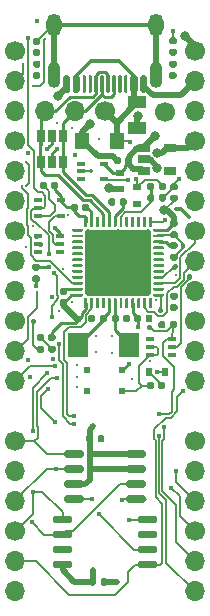
<source format=gbr>
%TF.GenerationSoftware,KiCad,Pcbnew,(5.1.6-0-10_14)*%
%TF.CreationDate,2022-02-25T15:24:37-06:00*%
%TF.ProjectId,Bonsai_C4,426f6e73-6169-45f4-9334-2e6b69636164,rev?*%
%TF.SameCoordinates,Original*%
%TF.FileFunction,Copper,L1,Top*%
%TF.FilePolarity,Positive*%
%FSLAX46Y46*%
G04 Gerber Fmt 4.6, Leading zero omitted, Abs format (unit mm)*
G04 Created by KiCad (PCBNEW (5.1.6-0-10_14)) date 2022-02-25 15:24:37*
%MOMM*%
%LPD*%
G01*
G04 APERTURE LIST*
%TA.AperFunction,ComponentPad*%
%ADD10C,1.700000*%
%TD*%
%TA.AperFunction,ComponentPad*%
%ADD11O,1.700000X1.700000*%
%TD*%
%TA.AperFunction,ComponentPad*%
%ADD12O,1.100000X2.200000*%
%TD*%
%TA.AperFunction,ComponentPad*%
%ADD13O,1.300000X1.900000*%
%TD*%
%TA.AperFunction,ViaPad*%
%ADD14C,0.500000*%
%TD*%
%TA.AperFunction,SMDPad,CuDef*%
%ADD15R,0.550000X0.600000*%
%TD*%
%TA.AperFunction,SMDPad,CuDef*%
%ADD16R,0.650000X1.060000*%
%TD*%
%TA.AperFunction,SMDPad,CuDef*%
%ADD17R,0.700000X0.600000*%
%TD*%
%TA.AperFunction,SMDPad,CuDef*%
%ADD18R,1.300000X1.400000*%
%TD*%
%TA.AperFunction,SMDPad,CuDef*%
%ADD19R,0.650000X0.400000*%
%TD*%
%TA.AperFunction,SMDPad,CuDef*%
%ADD20R,0.660000X0.300000*%
%TD*%
%TA.AperFunction,SMDPad,CuDef*%
%ADD21R,0.600000X0.700000*%
%TD*%
%TA.AperFunction,SMDPad,CuDef*%
%ADD22R,1.060000X0.650000*%
%TD*%
%TA.AperFunction,SMDPad,CuDef*%
%ADD23R,1.778000X2.032000*%
%TD*%
%TA.AperFunction,SMDPad,CuDef*%
%ADD24R,1.500000X1.000000*%
%TD*%
%TA.AperFunction,ViaPad*%
%ADD25C,0.250000*%
%TD*%
%TA.AperFunction,ViaPad*%
%ADD26C,0.800000*%
%TD*%
%TA.AperFunction,ViaPad*%
%ADD27C,0.450000*%
%TD*%
%TA.AperFunction,ViaPad*%
%ADD28C,0.350000*%
%TD*%
%TA.AperFunction,Conductor*%
%ADD29C,0.250000*%
%TD*%
%TA.AperFunction,Conductor*%
%ADD30C,0.127000*%
%TD*%
%TA.AperFunction,Conductor*%
%ADD31C,0.500000*%
%TD*%
%TA.AperFunction,Conductor*%
%ADD32C,0.380000*%
%TD*%
%TA.AperFunction,Conductor*%
%ADD33C,0.190000*%
%TD*%
%TA.AperFunction,Conductor*%
%ADD34C,0.300000*%
%TD*%
%TA.AperFunction,Conductor*%
%ADD35C,0.220000*%
%TD*%
%TA.AperFunction,Conductor*%
%ADD36C,0.450000*%
%TD*%
%TA.AperFunction,Conductor*%
%ADD37C,0.350000*%
%TD*%
G04 APERTURE END LIST*
D10*
%TO.P,J4,1*%
%TO.N,/PD3*%
X100000000Y-100000000D03*
D11*
%TO.P,J4,2*%
%TO.N,/PD2*%
X100000000Y-102540000D03*
%TO.P,J4,3*%
%TO.N,GND*%
X100000000Y-105080000D03*
%TO.P,J4,6*%
%TO.N,/PD0*%
X100000000Y-112700000D03*
%TO.P,J4,5*%
%TO.N,/PD1*%
X100000000Y-110160000D03*
D10*
%TO.P,J4,4*%
%TO.N,GND*%
X100000000Y-107620000D03*
%TO.P,J4,10*%
%TO.N,/B10*%
X100000000Y-122860000D03*
D11*
%TO.P,J4,8*%
%TO.N,/B8*%
X100000000Y-117780000D03*
D10*
%TO.P,J4,7*%
%TO.N,/A4*%
X100000000Y-115240000D03*
D11*
%TO.P,J4,11*%
%TO.N,/A8*%
X100000000Y-125400000D03*
%TO.P,J4,12*%
%TO.N,/B0*%
X100000000Y-127940000D03*
%TO.P,J4,9*%
%TO.N,/A3*%
X100000000Y-120320000D03*
%TD*%
D10*
%TO.P,J5,1*%
%TO.N,+5V*%
X115240000Y-100000000D03*
D11*
%TO.P,J5,2*%
%TO.N,GND*%
X115240000Y-102540000D03*
%TO.P,J5,3*%
%TO.N,/DFU*%
X115240000Y-105080000D03*
%TO.P,J5,6*%
%TO.N,/A6*%
X115240000Y-112700000D03*
%TO.P,J5,5*%
%TO.N,/A7*%
X115240000Y-110160000D03*
D10*
%TO.P,J5,4*%
%TO.N,+3V3*%
X115240000Y-107620000D03*
%TO.P,J5,10*%
%TO.N,/B14*%
X115240000Y-122860000D03*
D11*
%TO.P,J5,8*%
%TO.N,/A1*%
X115240000Y-117780000D03*
D10*
%TO.P,J5,7*%
%TO.N,/A5*%
X115240000Y-115240000D03*
D11*
%TO.P,J5,11*%
%TO.N,/B15*%
X115240000Y-125400000D03*
%TO.P,J5,12*%
%TO.N,/B1*%
X115240000Y-127940000D03*
%TO.P,J5,9*%
%TO.N,/B13*%
X115240000Y-120320000D03*
%TD*%
%TO.P,J1,3*%
%TO.N,/D+*%
X102540000Y-105080000D03*
%TO.P,J1,2*%
%TO.N,/D-*%
X105080000Y-105080000D03*
D10*
%TO.P,J1,1*%
%TO.N,VBUS*%
X107620000Y-105080000D03*
%TD*%
%TO.P,J2,1*%
%TO.N,/A10_5V*%
X112680000Y-105120000D03*
%TD*%
%TO.P,J7,1*%
%TO.N,/A0_FRAM_CS*%
X100000000Y-133020000D03*
D11*
%TO.P,J7,2*%
%TO.N,/B3_SCK*%
X100000000Y-135560000D03*
%TO.P,J7,3*%
%TO.N,/B4_MISO*%
X100000000Y-138100000D03*
%TO.P,J7,6*%
%TO.N,/C13*%
X100000000Y-145720000D03*
%TO.P,J7,5*%
%TO.N,/B12_FLASH_CS*%
X100000000Y-143180000D03*
D10*
%TO.P,J7,4*%
%TO.N,/B5_MOSI*%
X100000000Y-140640000D03*
%TD*%
%TO.P,J6,1*%
%TO.N,/C14*%
X115240000Y-133020000D03*
D11*
%TO.P,J6,2*%
%TO.N,/C15*%
X115240000Y-135560000D03*
%TO.P,J6,3*%
%TO.N,/A2*%
X115240000Y-138100000D03*
%TO.P,J6,6*%
%TO.N,/NRST*%
X115240000Y-145720000D03*
%TO.P,J6,5*%
%TO.N,/A13*%
X115240000Y-143180000D03*
D10*
%TO.P,J6,4*%
%TO.N,/A14*%
X115240000Y-140640000D03*
%TD*%
%TO.P,C11,2*%
%TO.N,GND*%
%TA.AperFunction,SMDPad,CuDef*%
G36*
G01*
X102678000Y-111195500D02*
X102678000Y-111540500D01*
G75*
G02*
X102530500Y-111688000I-147500J0D01*
G01*
X102235500Y-111688000D01*
G75*
G02*
X102088000Y-111540500I0J147500D01*
G01*
X102088000Y-111195500D01*
G75*
G02*
X102235500Y-111048000I147500J0D01*
G01*
X102530500Y-111048000D01*
G75*
G02*
X102678000Y-111195500I0J-147500D01*
G01*
G37*
%TD.AperFunction*%
%TO.P,C11,1*%
%TO.N,+3V3*%
%TA.AperFunction,SMDPad,CuDef*%
G36*
G01*
X103648000Y-111195500D02*
X103648000Y-111540500D01*
G75*
G02*
X103500500Y-111688000I-147500J0D01*
G01*
X103205500Y-111688000D01*
G75*
G02*
X103058000Y-111540500I0J147500D01*
G01*
X103058000Y-111195500D01*
G75*
G02*
X103205500Y-111048000I147500J0D01*
G01*
X103500500Y-111048000D01*
G75*
G02*
X103648000Y-111195500I0J-147500D01*
G01*
G37*
%TD.AperFunction*%
%TD*%
D12*
%TO.P,J3,S*%
%TO.N,Net-(FB1-Pad1)*%
X103320000Y-102000000D03*
D13*
X103320000Y-97800000D03*
X111920000Y-97800000D03*
%TO.P,J3,A1*%
%TO.N,GND*%
%TA.AperFunction,SMDPad,CuDef*%
G36*
G01*
X111170000Y-102200000D02*
X111170000Y-103350000D01*
G75*
G02*
X111020000Y-103500000I-150000J0D01*
G01*
X110720000Y-103500000D01*
G75*
G02*
X110570000Y-103350000I0J150000D01*
G01*
X110570000Y-102200000D01*
G75*
G02*
X110720000Y-102050000I150000J0D01*
G01*
X111020000Y-102050000D01*
G75*
G02*
X111170000Y-102200000I0J-150000D01*
G01*
G37*
%TD.AperFunction*%
%TO.P,J3,B8*%
%TO.N,Net-(J3-PadB8)*%
%TA.AperFunction,SMDPad,CuDef*%
G36*
G01*
X109520000Y-102125000D02*
X109520000Y-103425000D01*
G75*
G02*
X109445000Y-103500000I-75000J0D01*
G01*
X109295000Y-103500000D01*
G75*
G02*
X109220000Y-103425000I0J75000D01*
G01*
X109220000Y-102125000D01*
G75*
G02*
X109295000Y-102050000I75000J0D01*
G01*
X109445000Y-102050000D01*
G75*
G02*
X109520000Y-102125000I0J-75000D01*
G01*
G37*
%TD.AperFunction*%
%TO.P,J3,A5*%
%TO.N,Net-(J3-PadA5)*%
%TA.AperFunction,SMDPad,CuDef*%
G36*
G01*
X109020000Y-102125000D02*
X109020000Y-103425000D01*
G75*
G02*
X108945000Y-103500000I-75000J0D01*
G01*
X108795000Y-103500000D01*
G75*
G02*
X108720000Y-103425000I0J75000D01*
G01*
X108720000Y-102125000D01*
G75*
G02*
X108795000Y-102050000I75000J0D01*
G01*
X108945000Y-102050000D01*
G75*
G02*
X109020000Y-102125000I0J-75000D01*
G01*
G37*
%TD.AperFunction*%
%TO.P,J3,B7*%
%TO.N,/D-*%
%TA.AperFunction,SMDPad,CuDef*%
G36*
G01*
X108520000Y-102125000D02*
X108520000Y-103425000D01*
G75*
G02*
X108445000Y-103500000I-75000J0D01*
G01*
X108295000Y-103500000D01*
G75*
G02*
X108220000Y-103425000I0J75000D01*
G01*
X108220000Y-102125000D01*
G75*
G02*
X108295000Y-102050000I75000J0D01*
G01*
X108445000Y-102050000D01*
G75*
G02*
X108520000Y-102125000I0J-75000D01*
G01*
G37*
%TD.AperFunction*%
%TO.P,J3,A6*%
%TO.N,/D+*%
%TA.AperFunction,SMDPad,CuDef*%
G36*
G01*
X108020000Y-102125000D02*
X108020000Y-103425000D01*
G75*
G02*
X107945000Y-103500000I-75000J0D01*
G01*
X107795000Y-103500000D01*
G75*
G02*
X107720000Y-103425000I0J75000D01*
G01*
X107720000Y-102125000D01*
G75*
G02*
X107795000Y-102050000I75000J0D01*
G01*
X107945000Y-102050000D01*
G75*
G02*
X108020000Y-102125000I0J-75000D01*
G01*
G37*
%TD.AperFunction*%
%TO.P,J3,B5*%
%TO.N,Net-(J3-PadB5)*%
%TA.AperFunction,SMDPad,CuDef*%
G36*
G01*
X106020000Y-102125000D02*
X106020000Y-103425000D01*
G75*
G02*
X105945000Y-103500000I-75000J0D01*
G01*
X105795000Y-103500000D01*
G75*
G02*
X105720000Y-103425000I0J75000D01*
G01*
X105720000Y-102125000D01*
G75*
G02*
X105795000Y-102050000I75000J0D01*
G01*
X105945000Y-102050000D01*
G75*
G02*
X106020000Y-102125000I0J-75000D01*
G01*
G37*
%TD.AperFunction*%
%TO.P,J3,A8*%
%TO.N,Net-(J3-PadA8)*%
%TA.AperFunction,SMDPad,CuDef*%
G36*
G01*
X106520000Y-102125000D02*
X106520000Y-103425000D01*
G75*
G02*
X106445000Y-103500000I-75000J0D01*
G01*
X106295000Y-103500000D01*
G75*
G02*
X106220000Y-103425000I0J75000D01*
G01*
X106220000Y-102125000D01*
G75*
G02*
X106295000Y-102050000I75000J0D01*
G01*
X106445000Y-102050000D01*
G75*
G02*
X106520000Y-102125000I0J-75000D01*
G01*
G37*
%TD.AperFunction*%
%TO.P,J3,B6*%
%TO.N,/D+*%
%TA.AperFunction,SMDPad,CuDef*%
G36*
G01*
X107020000Y-102125000D02*
X107020000Y-103425000D01*
G75*
G02*
X106945000Y-103500000I-75000J0D01*
G01*
X106795000Y-103500000D01*
G75*
G02*
X106720000Y-103425000I0J75000D01*
G01*
X106720000Y-102125000D01*
G75*
G02*
X106795000Y-102050000I75000J0D01*
G01*
X106945000Y-102050000D01*
G75*
G02*
X107020000Y-102125000I0J-75000D01*
G01*
G37*
%TD.AperFunction*%
%TO.P,J3,A7*%
%TO.N,/D-*%
%TA.AperFunction,SMDPad,CuDef*%
G36*
G01*
X107520000Y-102125000D02*
X107520000Y-103425000D01*
G75*
G02*
X107445000Y-103500000I-75000J0D01*
G01*
X107295000Y-103500000D01*
G75*
G02*
X107220000Y-103425000I0J75000D01*
G01*
X107220000Y-102125000D01*
G75*
G02*
X107295000Y-102050000I75000J0D01*
G01*
X107445000Y-102050000D01*
G75*
G02*
X107520000Y-102125000I0J-75000D01*
G01*
G37*
%TD.AperFunction*%
D12*
%TO.P,J3,S*%
%TO.N,Net-(FB1-Pad1)*%
X111920000Y-102000000D03*
%TO.P,J3,A4*%
%TO.N,VBUS*%
%TA.AperFunction,SMDPad,CuDef*%
G36*
G01*
X110370000Y-102200000D02*
X110370000Y-103350000D01*
G75*
G02*
X110220000Y-103500000I-150000J0D01*
G01*
X109920000Y-103500000D01*
G75*
G02*
X109770000Y-103350000I0J150000D01*
G01*
X109770000Y-102200000D01*
G75*
G02*
X109920000Y-102050000I150000J0D01*
G01*
X110220000Y-102050000D01*
G75*
G02*
X110370000Y-102200000I0J-150000D01*
G01*
G37*
%TD.AperFunction*%
%TO.P,J3,B1*%
%TO.N,GND*%
%TA.AperFunction,SMDPad,CuDef*%
G36*
G01*
X104670000Y-102200000D02*
X104670000Y-103350000D01*
G75*
G02*
X104520000Y-103500000I-150000J0D01*
G01*
X104220000Y-103500000D01*
G75*
G02*
X104070000Y-103350000I0J150000D01*
G01*
X104070000Y-102200000D01*
G75*
G02*
X104220000Y-102050000I150000J0D01*
G01*
X104520000Y-102050000D01*
G75*
G02*
X104670000Y-102200000I0J-150000D01*
G01*
G37*
%TD.AperFunction*%
%TO.P,J3,B4*%
%TO.N,VBUS*%
%TA.AperFunction,SMDPad,CuDef*%
G36*
G01*
X105470000Y-102200000D02*
X105470000Y-103350000D01*
G75*
G02*
X105320000Y-103500000I-150000J0D01*
G01*
X105020000Y-103500000D01*
G75*
G02*
X104870000Y-103350000I0J150000D01*
G01*
X104870000Y-102200000D01*
G75*
G02*
X105020000Y-102050000I150000J0D01*
G01*
X105320000Y-102050000D01*
G75*
G02*
X105470000Y-102200000I0J-150000D01*
G01*
G37*
%TD.AperFunction*%
%TD*%
%TO.P,U3,49*%
%TO.N,GND*%
%TA.AperFunction,SMDPad,CuDef*%
G36*
G01*
X111272000Y-120690000D02*
X106172000Y-120690000D01*
G75*
G02*
X105922000Y-120440000I0J250000D01*
G01*
X105922000Y-115340000D01*
G75*
G02*
X106172000Y-115090000I250000J0D01*
G01*
X111272000Y-115090000D01*
G75*
G02*
X111522000Y-115340000I0J-250000D01*
G01*
X111522000Y-120440000D01*
G75*
G02*
X111272000Y-120690000I-250000J0D01*
G01*
G37*
%TD.AperFunction*%
D14*
%TD*%
%TO.N,GND*%
%TO.C,U3*%
X106172000Y-120440000D03*
%TO.N,GND*%
%TO.C,U3*%
X106172000Y-117890000D03*
X106172000Y-115340000D03*
X107447000Y-119165000D03*
X107447000Y-116615000D03*
X108722000Y-120440000D03*
X108722000Y-117890000D03*
X108722000Y-115340000D03*
X109997000Y-119165000D03*
X109997000Y-116615000D03*
X111272000Y-120440000D03*
X111272000Y-117890000D03*
X111272000Y-115340000D03*
%TD*%
%TO.P,U3,1*%
%TO.N,+3V3*%
%TA.AperFunction,SMDPad,CuDef*%
G36*
G01*
X106034500Y-121765000D02*
X105909500Y-121765000D01*
G75*
G02*
X105847000Y-121702500I0J62500D01*
G01*
X105847000Y-120952500D01*
G75*
G02*
X105909500Y-120890000I62500J0D01*
G01*
X106034500Y-120890000D01*
G75*
G02*
X106097000Y-120952500I0J-62500D01*
G01*
X106097000Y-121702500D01*
G75*
G02*
X106034500Y-121765000I-62500J0D01*
G01*
G37*
%TD.AperFunction*%
%TO.P,U3,2*%
%TO.N,/C13*%
%TA.AperFunction,SMDPad,CuDef*%
G36*
G01*
X106534500Y-121765000D02*
X106409500Y-121765000D01*
G75*
G02*
X106347000Y-121702500I0J62500D01*
G01*
X106347000Y-120952500D01*
G75*
G02*
X106409500Y-120890000I62500J0D01*
G01*
X106534500Y-120890000D01*
G75*
G02*
X106597000Y-120952500I0J-62500D01*
G01*
X106597000Y-121702500D01*
G75*
G02*
X106534500Y-121765000I-62500J0D01*
G01*
G37*
%TD.AperFunction*%
%TO.P,U3,3*%
%TO.N,/C14*%
%TA.AperFunction,SMDPad,CuDef*%
G36*
G01*
X107034500Y-121765000D02*
X106909500Y-121765000D01*
G75*
G02*
X106847000Y-121702500I0J62500D01*
G01*
X106847000Y-120952500D01*
G75*
G02*
X106909500Y-120890000I62500J0D01*
G01*
X107034500Y-120890000D01*
G75*
G02*
X107097000Y-120952500I0J-62500D01*
G01*
X107097000Y-121702500D01*
G75*
G02*
X107034500Y-121765000I-62500J0D01*
G01*
G37*
%TD.AperFunction*%
%TO.P,U3,4*%
%TO.N,/C15*%
%TA.AperFunction,SMDPad,CuDef*%
G36*
G01*
X107534500Y-121765000D02*
X107409500Y-121765000D01*
G75*
G02*
X107347000Y-121702500I0J62500D01*
G01*
X107347000Y-120952500D01*
G75*
G02*
X107409500Y-120890000I62500J0D01*
G01*
X107534500Y-120890000D01*
G75*
G02*
X107597000Y-120952500I0J-62500D01*
G01*
X107597000Y-121702500D01*
G75*
G02*
X107534500Y-121765000I-62500J0D01*
G01*
G37*
%TD.AperFunction*%
%TO.P,U3,5*%
%TO.N,/F0*%
%TA.AperFunction,SMDPad,CuDef*%
G36*
G01*
X108034500Y-121765000D02*
X107909500Y-121765000D01*
G75*
G02*
X107847000Y-121702500I0J62500D01*
G01*
X107847000Y-120952500D01*
G75*
G02*
X107909500Y-120890000I62500J0D01*
G01*
X108034500Y-120890000D01*
G75*
G02*
X108097000Y-120952500I0J-62500D01*
G01*
X108097000Y-121702500D01*
G75*
G02*
X108034500Y-121765000I-62500J0D01*
G01*
G37*
%TD.AperFunction*%
%TO.P,U3,6*%
%TO.N,/F1*%
%TA.AperFunction,SMDPad,CuDef*%
G36*
G01*
X108534500Y-121765000D02*
X108409500Y-121765000D01*
G75*
G02*
X108347000Y-121702500I0J62500D01*
G01*
X108347000Y-120952500D01*
G75*
G02*
X108409500Y-120890000I62500J0D01*
G01*
X108534500Y-120890000D01*
G75*
G02*
X108597000Y-120952500I0J-62500D01*
G01*
X108597000Y-121702500D01*
G75*
G02*
X108534500Y-121765000I-62500J0D01*
G01*
G37*
%TD.AperFunction*%
%TO.P,U3,7*%
%TO.N,/NRST*%
%TA.AperFunction,SMDPad,CuDef*%
G36*
G01*
X109034500Y-121765000D02*
X108909500Y-121765000D01*
G75*
G02*
X108847000Y-121702500I0J62500D01*
G01*
X108847000Y-120952500D01*
G75*
G02*
X108909500Y-120890000I62500J0D01*
G01*
X109034500Y-120890000D01*
G75*
G02*
X109097000Y-120952500I0J-62500D01*
G01*
X109097000Y-121702500D01*
G75*
G02*
X109034500Y-121765000I-62500J0D01*
G01*
G37*
%TD.AperFunction*%
%TO.P,U3,8*%
%TO.N,GND*%
%TA.AperFunction,SMDPad,CuDef*%
G36*
G01*
X109534500Y-121765000D02*
X109409500Y-121765000D01*
G75*
G02*
X109347000Y-121702500I0J62500D01*
G01*
X109347000Y-120952500D01*
G75*
G02*
X109409500Y-120890000I62500J0D01*
G01*
X109534500Y-120890000D01*
G75*
G02*
X109597000Y-120952500I0J-62500D01*
G01*
X109597000Y-121702500D01*
G75*
G02*
X109534500Y-121765000I-62500J0D01*
G01*
G37*
%TD.AperFunction*%
%TO.P,U3,9*%
%TO.N,+3V3*%
%TA.AperFunction,SMDPad,CuDef*%
G36*
G01*
X110034500Y-121765000D02*
X109909500Y-121765000D01*
G75*
G02*
X109847000Y-121702500I0J62500D01*
G01*
X109847000Y-120952500D01*
G75*
G02*
X109909500Y-120890000I62500J0D01*
G01*
X110034500Y-120890000D01*
G75*
G02*
X110097000Y-120952500I0J-62500D01*
G01*
X110097000Y-121702500D01*
G75*
G02*
X110034500Y-121765000I-62500J0D01*
G01*
G37*
%TD.AperFunction*%
%TO.P,U3,10*%
%TO.N,/A0_FRAM_CS*%
%TA.AperFunction,SMDPad,CuDef*%
G36*
G01*
X110534500Y-121765000D02*
X110409500Y-121765000D01*
G75*
G02*
X110347000Y-121702500I0J62500D01*
G01*
X110347000Y-120952500D01*
G75*
G02*
X110409500Y-120890000I62500J0D01*
G01*
X110534500Y-120890000D01*
G75*
G02*
X110597000Y-120952500I0J-62500D01*
G01*
X110597000Y-121702500D01*
G75*
G02*
X110534500Y-121765000I-62500J0D01*
G01*
G37*
%TD.AperFunction*%
%TO.P,U3,11*%
%TO.N,/A1*%
%TA.AperFunction,SMDPad,CuDef*%
G36*
G01*
X111034500Y-121765000D02*
X110909500Y-121765000D01*
G75*
G02*
X110847000Y-121702500I0J62500D01*
G01*
X110847000Y-120952500D01*
G75*
G02*
X110909500Y-120890000I62500J0D01*
G01*
X111034500Y-120890000D01*
G75*
G02*
X111097000Y-120952500I0J-62500D01*
G01*
X111097000Y-121702500D01*
G75*
G02*
X111034500Y-121765000I-62500J0D01*
G01*
G37*
%TD.AperFunction*%
%TO.P,U3,12*%
%TO.N,/A2*%
%TA.AperFunction,SMDPad,CuDef*%
G36*
G01*
X111534500Y-121765000D02*
X111409500Y-121765000D01*
G75*
G02*
X111347000Y-121702500I0J62500D01*
G01*
X111347000Y-120952500D01*
G75*
G02*
X111409500Y-120890000I62500J0D01*
G01*
X111534500Y-120890000D01*
G75*
G02*
X111597000Y-120952500I0J-62500D01*
G01*
X111597000Y-121702500D01*
G75*
G02*
X111534500Y-121765000I-62500J0D01*
G01*
G37*
%TD.AperFunction*%
%TO.P,U3,13*%
%TO.N,/A3*%
%TA.AperFunction,SMDPad,CuDef*%
G36*
G01*
X112534500Y-120765000D02*
X111784500Y-120765000D01*
G75*
G02*
X111722000Y-120702500I0J62500D01*
G01*
X111722000Y-120577500D01*
G75*
G02*
X111784500Y-120515000I62500J0D01*
G01*
X112534500Y-120515000D01*
G75*
G02*
X112597000Y-120577500I0J-62500D01*
G01*
X112597000Y-120702500D01*
G75*
G02*
X112534500Y-120765000I-62500J0D01*
G01*
G37*
%TD.AperFunction*%
%TO.P,U3,14*%
%TO.N,/A4*%
%TA.AperFunction,SMDPad,CuDef*%
G36*
G01*
X112534500Y-120265000D02*
X111784500Y-120265000D01*
G75*
G02*
X111722000Y-120202500I0J62500D01*
G01*
X111722000Y-120077500D01*
G75*
G02*
X111784500Y-120015000I62500J0D01*
G01*
X112534500Y-120015000D01*
G75*
G02*
X112597000Y-120077500I0J-62500D01*
G01*
X112597000Y-120202500D01*
G75*
G02*
X112534500Y-120265000I-62500J0D01*
G01*
G37*
%TD.AperFunction*%
%TO.P,U3,15*%
%TO.N,/A5*%
%TA.AperFunction,SMDPad,CuDef*%
G36*
G01*
X112534500Y-119765000D02*
X111784500Y-119765000D01*
G75*
G02*
X111722000Y-119702500I0J62500D01*
G01*
X111722000Y-119577500D01*
G75*
G02*
X111784500Y-119515000I62500J0D01*
G01*
X112534500Y-119515000D01*
G75*
G02*
X112597000Y-119577500I0J-62500D01*
G01*
X112597000Y-119702500D01*
G75*
G02*
X112534500Y-119765000I-62500J0D01*
G01*
G37*
%TD.AperFunction*%
%TO.P,U3,16*%
%TO.N,/A6*%
%TA.AperFunction,SMDPad,CuDef*%
G36*
G01*
X112534500Y-119265000D02*
X111784500Y-119265000D01*
G75*
G02*
X111722000Y-119202500I0J62500D01*
G01*
X111722000Y-119077500D01*
G75*
G02*
X111784500Y-119015000I62500J0D01*
G01*
X112534500Y-119015000D01*
G75*
G02*
X112597000Y-119077500I0J-62500D01*
G01*
X112597000Y-119202500D01*
G75*
G02*
X112534500Y-119265000I-62500J0D01*
G01*
G37*
%TD.AperFunction*%
%TO.P,U3,17*%
%TO.N,/A7*%
%TA.AperFunction,SMDPad,CuDef*%
G36*
G01*
X112534500Y-118765000D02*
X111784500Y-118765000D01*
G75*
G02*
X111722000Y-118702500I0J62500D01*
G01*
X111722000Y-118577500D01*
G75*
G02*
X111784500Y-118515000I62500J0D01*
G01*
X112534500Y-118515000D01*
G75*
G02*
X112597000Y-118577500I0J-62500D01*
G01*
X112597000Y-118702500D01*
G75*
G02*
X112534500Y-118765000I-62500J0D01*
G01*
G37*
%TD.AperFunction*%
%TO.P,U3,18*%
%TO.N,/B0*%
%TA.AperFunction,SMDPad,CuDef*%
G36*
G01*
X112534500Y-118265000D02*
X111784500Y-118265000D01*
G75*
G02*
X111722000Y-118202500I0J62500D01*
G01*
X111722000Y-118077500D01*
G75*
G02*
X111784500Y-118015000I62500J0D01*
G01*
X112534500Y-118015000D01*
G75*
G02*
X112597000Y-118077500I0J-62500D01*
G01*
X112597000Y-118202500D01*
G75*
G02*
X112534500Y-118265000I-62500J0D01*
G01*
G37*
%TD.AperFunction*%
%TO.P,U3,19*%
%TO.N,/B1*%
%TA.AperFunction,SMDPad,CuDef*%
G36*
G01*
X112534500Y-117765000D02*
X111784500Y-117765000D01*
G75*
G02*
X111722000Y-117702500I0J62500D01*
G01*
X111722000Y-117577500D01*
G75*
G02*
X111784500Y-117515000I62500J0D01*
G01*
X112534500Y-117515000D01*
G75*
G02*
X112597000Y-117577500I0J-62500D01*
G01*
X112597000Y-117702500D01*
G75*
G02*
X112534500Y-117765000I-62500J0D01*
G01*
G37*
%TD.AperFunction*%
%TO.P,U3,20*%
%TO.N,/B2*%
%TA.AperFunction,SMDPad,CuDef*%
G36*
G01*
X112534500Y-117265000D02*
X111784500Y-117265000D01*
G75*
G02*
X111722000Y-117202500I0J62500D01*
G01*
X111722000Y-117077500D01*
G75*
G02*
X111784500Y-117015000I62500J0D01*
G01*
X112534500Y-117015000D01*
G75*
G02*
X112597000Y-117077500I0J-62500D01*
G01*
X112597000Y-117202500D01*
G75*
G02*
X112534500Y-117265000I-62500J0D01*
G01*
G37*
%TD.AperFunction*%
%TO.P,U3,21*%
%TO.N,/B10*%
%TA.AperFunction,SMDPad,CuDef*%
G36*
G01*
X112534500Y-116765000D02*
X111784500Y-116765000D01*
G75*
G02*
X111722000Y-116702500I0J62500D01*
G01*
X111722000Y-116577500D01*
G75*
G02*
X111784500Y-116515000I62500J0D01*
G01*
X112534500Y-116515000D01*
G75*
G02*
X112597000Y-116577500I0J-62500D01*
G01*
X112597000Y-116702500D01*
G75*
G02*
X112534500Y-116765000I-62500J0D01*
G01*
G37*
%TD.AperFunction*%
%TO.P,U3,22*%
%TO.N,/VCAP_1*%
%TA.AperFunction,SMDPad,CuDef*%
G36*
G01*
X112534500Y-116265000D02*
X111784500Y-116265000D01*
G75*
G02*
X111722000Y-116202500I0J62500D01*
G01*
X111722000Y-116077500D01*
G75*
G02*
X111784500Y-116015000I62500J0D01*
G01*
X112534500Y-116015000D01*
G75*
G02*
X112597000Y-116077500I0J-62500D01*
G01*
X112597000Y-116202500D01*
G75*
G02*
X112534500Y-116265000I-62500J0D01*
G01*
G37*
%TD.AperFunction*%
%TO.P,U3,23*%
%TO.N,GND*%
%TA.AperFunction,SMDPad,CuDef*%
G36*
G01*
X112534500Y-115765000D02*
X111784500Y-115765000D01*
G75*
G02*
X111722000Y-115702500I0J62500D01*
G01*
X111722000Y-115577500D01*
G75*
G02*
X111784500Y-115515000I62500J0D01*
G01*
X112534500Y-115515000D01*
G75*
G02*
X112597000Y-115577500I0J-62500D01*
G01*
X112597000Y-115702500D01*
G75*
G02*
X112534500Y-115765000I-62500J0D01*
G01*
G37*
%TD.AperFunction*%
%TO.P,U3,24*%
%TO.N,+3V3*%
%TA.AperFunction,SMDPad,CuDef*%
G36*
G01*
X112534500Y-115265000D02*
X111784500Y-115265000D01*
G75*
G02*
X111722000Y-115202500I0J62500D01*
G01*
X111722000Y-115077500D01*
G75*
G02*
X111784500Y-115015000I62500J0D01*
G01*
X112534500Y-115015000D01*
G75*
G02*
X112597000Y-115077500I0J-62500D01*
G01*
X112597000Y-115202500D01*
G75*
G02*
X112534500Y-115265000I-62500J0D01*
G01*
G37*
%TD.AperFunction*%
%TO.P,U3,25*%
%TO.N,/B12_FLASH_CS*%
%TA.AperFunction,SMDPad,CuDef*%
G36*
G01*
X111534500Y-114890000D02*
X111409500Y-114890000D01*
G75*
G02*
X111347000Y-114827500I0J62500D01*
G01*
X111347000Y-114077500D01*
G75*
G02*
X111409500Y-114015000I62500J0D01*
G01*
X111534500Y-114015000D01*
G75*
G02*
X111597000Y-114077500I0J-62500D01*
G01*
X111597000Y-114827500D01*
G75*
G02*
X111534500Y-114890000I-62500J0D01*
G01*
G37*
%TD.AperFunction*%
%TO.P,U3,26*%
%TO.N,/B13*%
%TA.AperFunction,SMDPad,CuDef*%
G36*
G01*
X111034500Y-114890000D02*
X110909500Y-114890000D01*
G75*
G02*
X110847000Y-114827500I0J62500D01*
G01*
X110847000Y-114077500D01*
G75*
G02*
X110909500Y-114015000I62500J0D01*
G01*
X111034500Y-114015000D01*
G75*
G02*
X111097000Y-114077500I0J-62500D01*
G01*
X111097000Y-114827500D01*
G75*
G02*
X111034500Y-114890000I-62500J0D01*
G01*
G37*
%TD.AperFunction*%
%TO.P,U3,27*%
%TO.N,/B14*%
%TA.AperFunction,SMDPad,CuDef*%
G36*
G01*
X110534500Y-114890000D02*
X110409500Y-114890000D01*
G75*
G02*
X110347000Y-114827500I0J62500D01*
G01*
X110347000Y-114077500D01*
G75*
G02*
X110409500Y-114015000I62500J0D01*
G01*
X110534500Y-114015000D01*
G75*
G02*
X110597000Y-114077500I0J-62500D01*
G01*
X110597000Y-114827500D01*
G75*
G02*
X110534500Y-114890000I-62500J0D01*
G01*
G37*
%TD.AperFunction*%
%TO.P,U3,28*%
%TO.N,/B15*%
%TA.AperFunction,SMDPad,CuDef*%
G36*
G01*
X110034500Y-114890000D02*
X109909500Y-114890000D01*
G75*
G02*
X109847000Y-114827500I0J62500D01*
G01*
X109847000Y-114077500D01*
G75*
G02*
X109909500Y-114015000I62500J0D01*
G01*
X110034500Y-114015000D01*
G75*
G02*
X110097000Y-114077500I0J-62500D01*
G01*
X110097000Y-114827500D01*
G75*
G02*
X110034500Y-114890000I-62500J0D01*
G01*
G37*
%TD.AperFunction*%
%TO.P,U3,29*%
%TO.N,/A8*%
%TA.AperFunction,SMDPad,CuDef*%
G36*
G01*
X109534500Y-114890000D02*
X109409500Y-114890000D01*
G75*
G02*
X109347000Y-114827500I0J62500D01*
G01*
X109347000Y-114077500D01*
G75*
G02*
X109409500Y-114015000I62500J0D01*
G01*
X109534500Y-114015000D01*
G75*
G02*
X109597000Y-114077500I0J-62500D01*
G01*
X109597000Y-114827500D01*
G75*
G02*
X109534500Y-114890000I-62500J0D01*
G01*
G37*
%TD.AperFunction*%
%TO.P,U3,30*%
%TO.N,/VBUS_DET*%
%TA.AperFunction,SMDPad,CuDef*%
G36*
G01*
X109034500Y-114890000D02*
X108909500Y-114890000D01*
G75*
G02*
X108847000Y-114827500I0J62500D01*
G01*
X108847000Y-114077500D01*
G75*
G02*
X108909500Y-114015000I62500J0D01*
G01*
X109034500Y-114015000D01*
G75*
G02*
X109097000Y-114077500I0J-62500D01*
G01*
X109097000Y-114827500D01*
G75*
G02*
X109034500Y-114890000I-62500J0D01*
G01*
G37*
%TD.AperFunction*%
%TO.P,U3,31*%
%TO.N,/A10*%
%TA.AperFunction,SMDPad,CuDef*%
G36*
G01*
X108534500Y-114890000D02*
X108409500Y-114890000D01*
G75*
G02*
X108347000Y-114827500I0J62500D01*
G01*
X108347000Y-114077500D01*
G75*
G02*
X108409500Y-114015000I62500J0D01*
G01*
X108534500Y-114015000D01*
G75*
G02*
X108597000Y-114077500I0J-62500D01*
G01*
X108597000Y-114827500D01*
G75*
G02*
X108534500Y-114890000I-62500J0D01*
G01*
G37*
%TD.AperFunction*%
%TO.P,U3,32*%
%TO.N,/D-*%
%TA.AperFunction,SMDPad,CuDef*%
G36*
G01*
X108034500Y-114890000D02*
X107909500Y-114890000D01*
G75*
G02*
X107847000Y-114827500I0J62500D01*
G01*
X107847000Y-114077500D01*
G75*
G02*
X107909500Y-114015000I62500J0D01*
G01*
X108034500Y-114015000D01*
G75*
G02*
X108097000Y-114077500I0J-62500D01*
G01*
X108097000Y-114827500D01*
G75*
G02*
X108034500Y-114890000I-62500J0D01*
G01*
G37*
%TD.AperFunction*%
%TO.P,U3,33*%
%TO.N,/D+*%
%TA.AperFunction,SMDPad,CuDef*%
G36*
G01*
X107534500Y-114890000D02*
X107409500Y-114890000D01*
G75*
G02*
X107347000Y-114827500I0J62500D01*
G01*
X107347000Y-114077500D01*
G75*
G02*
X107409500Y-114015000I62500J0D01*
G01*
X107534500Y-114015000D01*
G75*
G02*
X107597000Y-114077500I0J-62500D01*
G01*
X107597000Y-114827500D01*
G75*
G02*
X107534500Y-114890000I-62500J0D01*
G01*
G37*
%TD.AperFunction*%
%TO.P,U3,34*%
%TO.N,/A13*%
%TA.AperFunction,SMDPad,CuDef*%
G36*
G01*
X107034500Y-114890000D02*
X106909500Y-114890000D01*
G75*
G02*
X106847000Y-114827500I0J62500D01*
G01*
X106847000Y-114077500D01*
G75*
G02*
X106909500Y-114015000I62500J0D01*
G01*
X107034500Y-114015000D01*
G75*
G02*
X107097000Y-114077500I0J-62500D01*
G01*
X107097000Y-114827500D01*
G75*
G02*
X107034500Y-114890000I-62500J0D01*
G01*
G37*
%TD.AperFunction*%
%TO.P,U3,35*%
%TO.N,GND*%
%TA.AperFunction,SMDPad,CuDef*%
G36*
G01*
X106534500Y-114890000D02*
X106409500Y-114890000D01*
G75*
G02*
X106347000Y-114827500I0J62500D01*
G01*
X106347000Y-114077500D01*
G75*
G02*
X106409500Y-114015000I62500J0D01*
G01*
X106534500Y-114015000D01*
G75*
G02*
X106597000Y-114077500I0J-62500D01*
G01*
X106597000Y-114827500D01*
G75*
G02*
X106534500Y-114890000I-62500J0D01*
G01*
G37*
%TD.AperFunction*%
%TO.P,U3,36*%
%TO.N,+3V3*%
%TA.AperFunction,SMDPad,CuDef*%
G36*
G01*
X106034500Y-114890000D02*
X105909500Y-114890000D01*
G75*
G02*
X105847000Y-114827500I0J62500D01*
G01*
X105847000Y-114077500D01*
G75*
G02*
X105909500Y-114015000I62500J0D01*
G01*
X106034500Y-114015000D01*
G75*
G02*
X106097000Y-114077500I0J-62500D01*
G01*
X106097000Y-114827500D01*
G75*
G02*
X106034500Y-114890000I-62500J0D01*
G01*
G37*
%TD.AperFunction*%
%TO.P,U3,37*%
%TO.N,/A14*%
%TA.AperFunction,SMDPad,CuDef*%
G36*
G01*
X105659500Y-115265000D02*
X104909500Y-115265000D01*
G75*
G02*
X104847000Y-115202500I0J62500D01*
G01*
X104847000Y-115077500D01*
G75*
G02*
X104909500Y-115015000I62500J0D01*
G01*
X105659500Y-115015000D01*
G75*
G02*
X105722000Y-115077500I0J-62500D01*
G01*
X105722000Y-115202500D01*
G75*
G02*
X105659500Y-115265000I-62500J0D01*
G01*
G37*
%TD.AperFunction*%
%TO.P,U3,38*%
%TO.N,/A15*%
%TA.AperFunction,SMDPad,CuDef*%
G36*
G01*
X105659500Y-115765000D02*
X104909500Y-115765000D01*
G75*
G02*
X104847000Y-115702500I0J62500D01*
G01*
X104847000Y-115577500D01*
G75*
G02*
X104909500Y-115515000I62500J0D01*
G01*
X105659500Y-115515000D01*
G75*
G02*
X105722000Y-115577500I0J-62500D01*
G01*
X105722000Y-115702500D01*
G75*
G02*
X105659500Y-115765000I-62500J0D01*
G01*
G37*
%TD.AperFunction*%
%TO.P,U3,39*%
%TO.N,/B3_SCK*%
%TA.AperFunction,SMDPad,CuDef*%
G36*
G01*
X105659500Y-116265000D02*
X104909500Y-116265000D01*
G75*
G02*
X104847000Y-116202500I0J62500D01*
G01*
X104847000Y-116077500D01*
G75*
G02*
X104909500Y-116015000I62500J0D01*
G01*
X105659500Y-116015000D01*
G75*
G02*
X105722000Y-116077500I0J-62500D01*
G01*
X105722000Y-116202500D01*
G75*
G02*
X105659500Y-116265000I-62500J0D01*
G01*
G37*
%TD.AperFunction*%
%TO.P,U3,40*%
%TO.N,/B4_MISO*%
%TA.AperFunction,SMDPad,CuDef*%
G36*
G01*
X105659500Y-116765000D02*
X104909500Y-116765000D01*
G75*
G02*
X104847000Y-116702500I0J62500D01*
G01*
X104847000Y-116577500D01*
G75*
G02*
X104909500Y-116515000I62500J0D01*
G01*
X105659500Y-116515000D01*
G75*
G02*
X105722000Y-116577500I0J-62500D01*
G01*
X105722000Y-116702500D01*
G75*
G02*
X105659500Y-116765000I-62500J0D01*
G01*
G37*
%TD.AperFunction*%
%TO.P,U3,41*%
%TO.N,/B5_MOSI*%
%TA.AperFunction,SMDPad,CuDef*%
G36*
G01*
X105659500Y-117265000D02*
X104909500Y-117265000D01*
G75*
G02*
X104847000Y-117202500I0J62500D01*
G01*
X104847000Y-117077500D01*
G75*
G02*
X104909500Y-117015000I62500J0D01*
G01*
X105659500Y-117015000D01*
G75*
G02*
X105722000Y-117077500I0J-62500D01*
G01*
X105722000Y-117202500D01*
G75*
G02*
X105659500Y-117265000I-62500J0D01*
G01*
G37*
%TD.AperFunction*%
%TO.P,U3,42*%
%TO.N,/B6*%
%TA.AperFunction,SMDPad,CuDef*%
G36*
G01*
X105659500Y-117765000D02*
X104909500Y-117765000D01*
G75*
G02*
X104847000Y-117702500I0J62500D01*
G01*
X104847000Y-117577500D01*
G75*
G02*
X104909500Y-117515000I62500J0D01*
G01*
X105659500Y-117515000D01*
G75*
G02*
X105722000Y-117577500I0J-62500D01*
G01*
X105722000Y-117702500D01*
G75*
G02*
X105659500Y-117765000I-62500J0D01*
G01*
G37*
%TD.AperFunction*%
%TO.P,U3,43*%
%TO.N,/B7*%
%TA.AperFunction,SMDPad,CuDef*%
G36*
G01*
X105659500Y-118265000D02*
X104909500Y-118265000D01*
G75*
G02*
X104847000Y-118202500I0J62500D01*
G01*
X104847000Y-118077500D01*
G75*
G02*
X104909500Y-118015000I62500J0D01*
G01*
X105659500Y-118015000D01*
G75*
G02*
X105722000Y-118077500I0J-62500D01*
G01*
X105722000Y-118202500D01*
G75*
G02*
X105659500Y-118265000I-62500J0D01*
G01*
G37*
%TD.AperFunction*%
%TO.P,U3,44*%
%TO.N,/BOOT0*%
%TA.AperFunction,SMDPad,CuDef*%
G36*
G01*
X105659500Y-118765000D02*
X104909500Y-118765000D01*
G75*
G02*
X104847000Y-118702500I0J62500D01*
G01*
X104847000Y-118577500D01*
G75*
G02*
X104909500Y-118515000I62500J0D01*
G01*
X105659500Y-118515000D01*
G75*
G02*
X105722000Y-118577500I0J-62500D01*
G01*
X105722000Y-118702500D01*
G75*
G02*
X105659500Y-118765000I-62500J0D01*
G01*
G37*
%TD.AperFunction*%
%TO.P,U3,45*%
%TO.N,/B8*%
%TA.AperFunction,SMDPad,CuDef*%
G36*
G01*
X105659500Y-119265000D02*
X104909500Y-119265000D01*
G75*
G02*
X104847000Y-119202500I0J62500D01*
G01*
X104847000Y-119077500D01*
G75*
G02*
X104909500Y-119015000I62500J0D01*
G01*
X105659500Y-119015000D01*
G75*
G02*
X105722000Y-119077500I0J-62500D01*
G01*
X105722000Y-119202500D01*
G75*
G02*
X105659500Y-119265000I-62500J0D01*
G01*
G37*
%TD.AperFunction*%
%TO.P,U3,46*%
%TO.N,/B9*%
%TA.AperFunction,SMDPad,CuDef*%
G36*
G01*
X105659500Y-119765000D02*
X104909500Y-119765000D01*
G75*
G02*
X104847000Y-119702500I0J62500D01*
G01*
X104847000Y-119577500D01*
G75*
G02*
X104909500Y-119515000I62500J0D01*
G01*
X105659500Y-119515000D01*
G75*
G02*
X105722000Y-119577500I0J-62500D01*
G01*
X105722000Y-119702500D01*
G75*
G02*
X105659500Y-119765000I-62500J0D01*
G01*
G37*
%TD.AperFunction*%
%TO.P,U3,47*%
%TO.N,GND*%
%TA.AperFunction,SMDPad,CuDef*%
G36*
G01*
X105659500Y-120265000D02*
X104909500Y-120265000D01*
G75*
G02*
X104847000Y-120202500I0J62500D01*
G01*
X104847000Y-120077500D01*
G75*
G02*
X104909500Y-120015000I62500J0D01*
G01*
X105659500Y-120015000D01*
G75*
G02*
X105722000Y-120077500I0J-62500D01*
G01*
X105722000Y-120202500D01*
G75*
G02*
X105659500Y-120265000I-62500J0D01*
G01*
G37*
%TD.AperFunction*%
%TO.P,U3,48*%
%TO.N,+3V3*%
%TA.AperFunction,SMDPad,CuDef*%
G36*
G01*
X105659500Y-120765000D02*
X104909500Y-120765000D01*
G75*
G02*
X104847000Y-120702500I0J62500D01*
G01*
X104847000Y-120577500D01*
G75*
G02*
X104909500Y-120515000I62500J0D01*
G01*
X105659500Y-120515000D01*
G75*
G02*
X105722000Y-120577500I0J-62500D01*
G01*
X105722000Y-120702500D01*
G75*
G02*
X105659500Y-120765000I-62500J0D01*
G01*
G37*
%TD.AperFunction*%
%TD*%
D15*
%TO.P,K1,2*%
%TO.N,+3V3*%
X109059000Y-126990000D03*
%TO.P,K1,4*%
%TO.N,/SwitchPin*%
X109059000Y-128790000D03*
%TO.P,K1,3*%
%TO.N,Net-(K1-Pad3)*%
X106109000Y-128790000D03*
%TO.P,K1,1*%
%TO.N,Net-(K1-Pad1)*%
X106109000Y-126990000D03*
%TD*%
%TO.P,U7,8*%
%TO.N,+3V3*%
%TA.AperFunction,SMDPad,CuDef*%
G36*
G01*
X109420000Y-134245000D02*
X109420000Y-133945000D01*
G75*
G02*
X109570000Y-133795000I150000J0D01*
G01*
X110920000Y-133795000D01*
G75*
G02*
X111070000Y-133945000I0J-150000D01*
G01*
X111070000Y-134245000D01*
G75*
G02*
X110920000Y-134395000I-150000J0D01*
G01*
X109570000Y-134395000D01*
G75*
G02*
X109420000Y-134245000I0J150000D01*
G01*
G37*
%TD.AperFunction*%
%TO.P,U7,7*%
%TA.AperFunction,SMDPad,CuDef*%
G36*
G01*
X109420000Y-135515000D02*
X109420000Y-135215000D01*
G75*
G02*
X109570000Y-135065000I150000J0D01*
G01*
X110920000Y-135065000D01*
G75*
G02*
X111070000Y-135215000I0J-150000D01*
G01*
X111070000Y-135515000D01*
G75*
G02*
X110920000Y-135665000I-150000J0D01*
G01*
X109570000Y-135665000D01*
G75*
G02*
X109420000Y-135515000I0J150000D01*
G01*
G37*
%TD.AperFunction*%
%TO.P,U7,6*%
%TO.N,/B3_SCK*%
%TA.AperFunction,SMDPad,CuDef*%
G36*
G01*
X109420000Y-136785000D02*
X109420000Y-136485000D01*
G75*
G02*
X109570000Y-136335000I150000J0D01*
G01*
X110920000Y-136335000D01*
G75*
G02*
X111070000Y-136485000I0J-150000D01*
G01*
X111070000Y-136785000D01*
G75*
G02*
X110920000Y-136935000I-150000J0D01*
G01*
X109570000Y-136935000D01*
G75*
G02*
X109420000Y-136785000I0J150000D01*
G01*
G37*
%TD.AperFunction*%
%TO.P,U7,5*%
%TO.N,/B5_MOSI*%
%TA.AperFunction,SMDPad,CuDef*%
G36*
G01*
X109420000Y-138055000D02*
X109420000Y-137755000D01*
G75*
G02*
X109570000Y-137605000I150000J0D01*
G01*
X110920000Y-137605000D01*
G75*
G02*
X111070000Y-137755000I0J-150000D01*
G01*
X111070000Y-138055000D01*
G75*
G02*
X110920000Y-138205000I-150000J0D01*
G01*
X109570000Y-138205000D01*
G75*
G02*
X109420000Y-138055000I0J150000D01*
G01*
G37*
%TD.AperFunction*%
%TO.P,U7,4*%
%TO.N,GND*%
%TA.AperFunction,SMDPad,CuDef*%
G36*
G01*
X104170000Y-138055000D02*
X104170000Y-137755000D01*
G75*
G02*
X104320000Y-137605000I150000J0D01*
G01*
X105670000Y-137605000D01*
G75*
G02*
X105820000Y-137755000I0J-150000D01*
G01*
X105820000Y-138055000D01*
G75*
G02*
X105670000Y-138205000I-150000J0D01*
G01*
X104320000Y-138205000D01*
G75*
G02*
X104170000Y-138055000I0J150000D01*
G01*
G37*
%TD.AperFunction*%
%TO.P,U7,3*%
%TO.N,+3V3*%
%TA.AperFunction,SMDPad,CuDef*%
G36*
G01*
X104170000Y-136785000D02*
X104170000Y-136485000D01*
G75*
G02*
X104320000Y-136335000I150000J0D01*
G01*
X105670000Y-136335000D01*
G75*
G02*
X105820000Y-136485000I0J-150000D01*
G01*
X105820000Y-136785000D01*
G75*
G02*
X105670000Y-136935000I-150000J0D01*
G01*
X104320000Y-136935000D01*
G75*
G02*
X104170000Y-136785000I0J150000D01*
G01*
G37*
%TD.AperFunction*%
%TO.P,U7,2*%
%TO.N,/B4_MISO*%
%TA.AperFunction,SMDPad,CuDef*%
G36*
G01*
X104170000Y-135515000D02*
X104170000Y-135215000D01*
G75*
G02*
X104320000Y-135065000I150000J0D01*
G01*
X105670000Y-135065000D01*
G75*
G02*
X105820000Y-135215000I0J-150000D01*
G01*
X105820000Y-135515000D01*
G75*
G02*
X105670000Y-135665000I-150000J0D01*
G01*
X104320000Y-135665000D01*
G75*
G02*
X104170000Y-135515000I0J150000D01*
G01*
G37*
%TD.AperFunction*%
%TO.P,U7,1*%
%TO.N,/A0_FRAM_CS*%
%TA.AperFunction,SMDPad,CuDef*%
G36*
G01*
X104170000Y-134245000D02*
X104170000Y-133945000D01*
G75*
G02*
X104320000Y-133795000I150000J0D01*
G01*
X105670000Y-133795000D01*
G75*
G02*
X105820000Y-133945000I0J-150000D01*
G01*
X105820000Y-134245000D01*
G75*
G02*
X105670000Y-134395000I-150000J0D01*
G01*
X104320000Y-134395000D01*
G75*
G02*
X104170000Y-134245000I0J150000D01*
G01*
G37*
%TD.AperFunction*%
%TD*%
%TO.P,U6,8*%
%TO.N,+3V3*%
%TA.AperFunction,SMDPad,CuDef*%
G36*
G01*
X104820000Y-143315000D02*
X104820000Y-143615000D01*
G75*
G02*
X104670000Y-143765000I-150000J0D01*
G01*
X103370000Y-143765000D01*
G75*
G02*
X103220000Y-143615000I0J150000D01*
G01*
X103220000Y-143315000D01*
G75*
G02*
X103370000Y-143165000I150000J0D01*
G01*
X104670000Y-143165000D01*
G75*
G02*
X104820000Y-143315000I0J-150000D01*
G01*
G37*
%TD.AperFunction*%
%TO.P,U6,7*%
%TO.N,Net-(U6-Pad7)*%
%TA.AperFunction,SMDPad,CuDef*%
G36*
G01*
X104820000Y-142045000D02*
X104820000Y-142345000D01*
G75*
G02*
X104670000Y-142495000I-150000J0D01*
G01*
X103370000Y-142495000D01*
G75*
G02*
X103220000Y-142345000I0J150000D01*
G01*
X103220000Y-142045000D01*
G75*
G02*
X103370000Y-141895000I150000J0D01*
G01*
X104670000Y-141895000D01*
G75*
G02*
X104820000Y-142045000I0J-150000D01*
G01*
G37*
%TD.AperFunction*%
%TO.P,U6,6*%
%TO.N,/B3_SCK*%
%TA.AperFunction,SMDPad,CuDef*%
G36*
G01*
X104820000Y-140775000D02*
X104820000Y-141075000D01*
G75*
G02*
X104670000Y-141225000I-150000J0D01*
G01*
X103370000Y-141225000D01*
G75*
G02*
X103220000Y-141075000I0J150000D01*
G01*
X103220000Y-140775000D01*
G75*
G02*
X103370000Y-140625000I150000J0D01*
G01*
X104670000Y-140625000D01*
G75*
G02*
X104820000Y-140775000I0J-150000D01*
G01*
G37*
%TD.AperFunction*%
%TO.P,U6,5*%
%TO.N,/B5_MOSI*%
%TA.AperFunction,SMDPad,CuDef*%
G36*
G01*
X104820000Y-139505000D02*
X104820000Y-139805000D01*
G75*
G02*
X104670000Y-139955000I-150000J0D01*
G01*
X103370000Y-139955000D01*
G75*
G02*
X103220000Y-139805000I0J150000D01*
G01*
X103220000Y-139505000D01*
G75*
G02*
X103370000Y-139355000I150000J0D01*
G01*
X104670000Y-139355000D01*
G75*
G02*
X104820000Y-139505000I0J-150000D01*
G01*
G37*
%TD.AperFunction*%
%TO.P,U6,4*%
%TO.N,GND*%
%TA.AperFunction,SMDPad,CuDef*%
G36*
G01*
X112020000Y-139505000D02*
X112020000Y-139805000D01*
G75*
G02*
X111870000Y-139955000I-150000J0D01*
G01*
X110570000Y-139955000D01*
G75*
G02*
X110420000Y-139805000I0J150000D01*
G01*
X110420000Y-139505000D01*
G75*
G02*
X110570000Y-139355000I150000J0D01*
G01*
X111870000Y-139355000D01*
G75*
G02*
X112020000Y-139505000I0J-150000D01*
G01*
G37*
%TD.AperFunction*%
%TO.P,U6,3*%
%TO.N,Net-(U6-Pad3)*%
%TA.AperFunction,SMDPad,CuDef*%
G36*
G01*
X112020000Y-140775000D02*
X112020000Y-141075000D01*
G75*
G02*
X111870000Y-141225000I-150000J0D01*
G01*
X110570000Y-141225000D01*
G75*
G02*
X110420000Y-141075000I0J150000D01*
G01*
X110420000Y-140775000D01*
G75*
G02*
X110570000Y-140625000I150000J0D01*
G01*
X111870000Y-140625000D01*
G75*
G02*
X112020000Y-140775000I0J-150000D01*
G01*
G37*
%TD.AperFunction*%
%TO.P,U6,2*%
%TO.N,/B4_MISO*%
%TA.AperFunction,SMDPad,CuDef*%
G36*
G01*
X112020000Y-142045000D02*
X112020000Y-142345000D01*
G75*
G02*
X111870000Y-142495000I-150000J0D01*
G01*
X110570000Y-142495000D01*
G75*
G02*
X110420000Y-142345000I0J150000D01*
G01*
X110420000Y-142045000D01*
G75*
G02*
X110570000Y-141895000I150000J0D01*
G01*
X111870000Y-141895000D01*
G75*
G02*
X112020000Y-142045000I0J-150000D01*
G01*
G37*
%TD.AperFunction*%
%TO.P,U6,1*%
%TO.N,/B12_FLASH_CS*%
%TA.AperFunction,SMDPad,CuDef*%
G36*
G01*
X112020000Y-143315000D02*
X112020000Y-143615000D01*
G75*
G02*
X111870000Y-143765000I-150000J0D01*
G01*
X110570000Y-143765000D01*
G75*
G02*
X110420000Y-143615000I0J150000D01*
G01*
X110420000Y-143315000D01*
G75*
G02*
X110570000Y-143165000I150000J0D01*
G01*
X111870000Y-143165000D01*
G75*
G02*
X112020000Y-143315000I0J-150000D01*
G01*
G37*
%TD.AperFunction*%
%TD*%
D16*
%TO.P,U2,5*%
%TO.N,Net-(D5-Pad1)*%
X103114000Y-109412000D03*
%TO.P,U2,6*%
%TO.N,/D-*%
X104064000Y-109412000D03*
%TO.P,U2,4*%
%TO.N,/D+*%
X102164000Y-109412000D03*
%TO.P,U2,3*%
X102164000Y-107212000D03*
%TO.P,U2,2*%
%TO.N,GND*%
X103114000Y-107212000D03*
%TO.P,U2,1*%
%TO.N,/D-*%
X104064000Y-107212000D03*
%TD*%
%TO.P,R9,2*%
%TO.N,/B2*%
%TA.AperFunction,SMDPad,CuDef*%
G36*
G01*
X113626500Y-121018000D02*
X113281500Y-121018000D01*
G75*
G02*
X113134000Y-120870500I0J147500D01*
G01*
X113134000Y-120575500D01*
G75*
G02*
X113281500Y-120428000I147500J0D01*
G01*
X113626500Y-120428000D01*
G75*
G02*
X113774000Y-120575500I0J-147500D01*
G01*
X113774000Y-120870500D01*
G75*
G02*
X113626500Y-121018000I-147500J0D01*
G01*
G37*
%TD.AperFunction*%
%TO.P,R9,1*%
%TO.N,Net-(Q2-Pad6)*%
%TA.AperFunction,SMDPad,CuDef*%
G36*
G01*
X113626500Y-121988000D02*
X113281500Y-121988000D01*
G75*
G02*
X113134000Y-121840500I0J147500D01*
G01*
X113134000Y-121545500D01*
G75*
G02*
X113281500Y-121398000I147500J0D01*
G01*
X113626500Y-121398000D01*
G75*
G02*
X113774000Y-121545500I0J-147500D01*
G01*
X113774000Y-121840500D01*
G75*
G02*
X113626500Y-121988000I-147500J0D01*
G01*
G37*
%TD.AperFunction*%
%TD*%
%TO.P,R8,2*%
%TO.N,/A10*%
%TA.AperFunction,SMDPad,CuDef*%
G36*
G01*
X108863000Y-112922500D02*
X108863000Y-112577500D01*
G75*
G02*
X109010500Y-112430000I147500J0D01*
G01*
X109305500Y-112430000D01*
G75*
G02*
X109453000Y-112577500I0J-147500D01*
G01*
X109453000Y-112922500D01*
G75*
G02*
X109305500Y-113070000I-147500J0D01*
G01*
X109010500Y-113070000D01*
G75*
G02*
X108863000Y-112922500I0J147500D01*
G01*
G37*
%TD.AperFunction*%
%TO.P,R8,1*%
%TO.N,+3V3*%
%TA.AperFunction,SMDPad,CuDef*%
G36*
G01*
X107893000Y-112922500D02*
X107893000Y-112577500D01*
G75*
G02*
X108040500Y-112430000I147500J0D01*
G01*
X108335500Y-112430000D01*
G75*
G02*
X108483000Y-112577500I0J-147500D01*
G01*
X108483000Y-112922500D01*
G75*
G02*
X108335500Y-113070000I-147500J0D01*
G01*
X108040500Y-113070000D01*
G75*
G02*
X107893000Y-112922500I0J147500D01*
G01*
G37*
%TD.AperFunction*%
%TD*%
D17*
%TO.P,D5,2*%
%TO.N,VBUS*%
X110330000Y-111530000D03*
%TO.P,D5,1*%
%TO.N,Net-(D5-Pad1)*%
X110330000Y-112930000D03*
%TD*%
D18*
%TO.P,D4,2*%
%TO.N,GND*%
X105691000Y-107561000D03*
%TO.P,D4,1*%
%TO.N,VBUS*%
X108591000Y-107561000D03*
%TD*%
%TO.P,C6,1*%
%TO.N,+3V3*%
%TA.AperFunction,SMDPad,CuDef*%
G36*
G01*
X113634500Y-112731000D02*
X113289500Y-112731000D01*
G75*
G02*
X113142000Y-112583500I0J147500D01*
G01*
X113142000Y-112288500D01*
G75*
G02*
X113289500Y-112141000I147500J0D01*
G01*
X113634500Y-112141000D01*
G75*
G02*
X113782000Y-112288500I0J-147500D01*
G01*
X113782000Y-112583500D01*
G75*
G02*
X113634500Y-112731000I-147500J0D01*
G01*
G37*
%TD.AperFunction*%
%TO.P,C6,2*%
%TO.N,GND*%
%TA.AperFunction,SMDPad,CuDef*%
G36*
G01*
X113634500Y-111761000D02*
X113289500Y-111761000D01*
G75*
G02*
X113142000Y-111613500I0J147500D01*
G01*
X113142000Y-111318500D01*
G75*
G02*
X113289500Y-111171000I147500J0D01*
G01*
X113634500Y-111171000D01*
G75*
G02*
X113782000Y-111318500I0J-147500D01*
G01*
X113782000Y-111613500D01*
G75*
G02*
X113634500Y-111761000I-147500J0D01*
G01*
G37*
%TD.AperFunction*%
%TD*%
D17*
%TO.P,D1,2*%
%TO.N,Net-(D1-Pad2)*%
X108905000Y-111702000D03*
%TO.P,D1,1*%
%TO.N,+5V*%
X108905000Y-110302000D03*
%TD*%
%TO.P,C14,2*%
%TO.N,GND*%
%TA.AperFunction,SMDPad,CuDef*%
G36*
G01*
X113273500Y-117127000D02*
X113618500Y-117127000D01*
G75*
G02*
X113766000Y-117274500I0J-147500D01*
G01*
X113766000Y-117569500D01*
G75*
G02*
X113618500Y-117717000I-147500J0D01*
G01*
X113273500Y-117717000D01*
G75*
G02*
X113126000Y-117569500I0J147500D01*
G01*
X113126000Y-117274500D01*
G75*
G02*
X113273500Y-117127000I147500J0D01*
G01*
G37*
%TD.AperFunction*%
%TO.P,C14,1*%
%TO.N,/VCAP_1*%
%TA.AperFunction,SMDPad,CuDef*%
G36*
G01*
X113273500Y-116157000D02*
X113618500Y-116157000D01*
G75*
G02*
X113766000Y-116304500I0J-147500D01*
G01*
X113766000Y-116599500D01*
G75*
G02*
X113618500Y-116747000I-147500J0D01*
G01*
X113273500Y-116747000D01*
G75*
G02*
X113126000Y-116599500I0J147500D01*
G01*
X113126000Y-116304500D01*
G75*
G02*
X113273500Y-116157000I147500J0D01*
G01*
G37*
%TD.AperFunction*%
%TD*%
D19*
%TO.P,U5,5*%
%TO.N,+3V3*%
X103859000Y-112625000D03*
%TO.P,U5,4*%
%TO.N,/BOOT0*%
X103859000Y-113925000D03*
%TO.P,U5,2*%
%TO.N,Net-(C12-Pad1)*%
X101959000Y-113275000D03*
%TO.P,U5,3*%
%TO.N,GND*%
X101959000Y-113925000D03*
%TO.P,U5,1*%
%TO.N,Net-(U5-Pad1)*%
X101959000Y-112625000D03*
%TD*%
%TO.P,R7,2*%
%TO.N,Net-(D2-Pad+)*%
%TA.AperFunction,SMDPad,CuDef*%
G36*
G01*
X112122000Y-128487500D02*
X112122000Y-128142500D01*
G75*
G02*
X112269500Y-127995000I147500J0D01*
G01*
X112564500Y-127995000D01*
G75*
G02*
X112712000Y-128142500I0J-147500D01*
G01*
X112712000Y-128487500D01*
G75*
G02*
X112564500Y-128635000I-147500J0D01*
G01*
X112269500Y-128635000D01*
G75*
G02*
X112122000Y-128487500I0J147500D01*
G01*
G37*
%TD.AperFunction*%
%TO.P,R7,1*%
%TO.N,/SwitchPin*%
%TA.AperFunction,SMDPad,CuDef*%
G36*
G01*
X111152000Y-128487500D02*
X111152000Y-128142500D01*
G75*
G02*
X111299500Y-127995000I147500J0D01*
G01*
X111594500Y-127995000D01*
G75*
G02*
X111742000Y-128142500I0J-147500D01*
G01*
X111742000Y-128487500D01*
G75*
G02*
X111594500Y-128635000I-147500J0D01*
G01*
X111299500Y-128635000D01*
G75*
G02*
X111152000Y-128487500I0J147500D01*
G01*
G37*
%TD.AperFunction*%
%TD*%
%TO.P,R6,2*%
%TO.N,GND*%
%TA.AperFunction,SMDPad,CuDef*%
G36*
G01*
X112182000Y-112580500D02*
X112182000Y-112235500D01*
G75*
G02*
X112329500Y-112088000I147500J0D01*
G01*
X112624500Y-112088000D01*
G75*
G02*
X112772000Y-112235500I0J-147500D01*
G01*
X112772000Y-112580500D01*
G75*
G02*
X112624500Y-112728000I-147500J0D01*
G01*
X112329500Y-112728000D01*
G75*
G02*
X112182000Y-112580500I0J147500D01*
G01*
G37*
%TD.AperFunction*%
%TO.P,R6,1*%
%TO.N,/VBUS_DET*%
%TA.AperFunction,SMDPad,CuDef*%
G36*
G01*
X111212000Y-112580500D02*
X111212000Y-112235500D01*
G75*
G02*
X111359500Y-112088000I147500J0D01*
G01*
X111654500Y-112088000D01*
G75*
G02*
X111802000Y-112235500I0J-147500D01*
G01*
X111802000Y-112580500D01*
G75*
G02*
X111654500Y-112728000I-147500J0D01*
G01*
X111359500Y-112728000D01*
G75*
G02*
X111212000Y-112580500I0J147500D01*
G01*
G37*
%TD.AperFunction*%
%TD*%
%TO.P,R5,2*%
%TO.N,/VBUS_DET*%
%TA.AperFunction,SMDPad,CuDef*%
G36*
G01*
X111799000Y-111277500D02*
X111799000Y-111622500D01*
G75*
G02*
X111651500Y-111770000I-147500J0D01*
G01*
X111356500Y-111770000D01*
G75*
G02*
X111209000Y-111622500I0J147500D01*
G01*
X111209000Y-111277500D01*
G75*
G02*
X111356500Y-111130000I147500J0D01*
G01*
X111651500Y-111130000D01*
G75*
G02*
X111799000Y-111277500I0J-147500D01*
G01*
G37*
%TD.AperFunction*%
%TO.P,R5,1*%
%TO.N,VBUS*%
%TA.AperFunction,SMDPad,CuDef*%
G36*
G01*
X112769000Y-111277500D02*
X112769000Y-111622500D01*
G75*
G02*
X112621500Y-111770000I-147500J0D01*
G01*
X112326500Y-111770000D01*
G75*
G02*
X112179000Y-111622500I0J147500D01*
G01*
X112179000Y-111277500D01*
G75*
G02*
X112326500Y-111130000I147500J0D01*
G01*
X112621500Y-111130000D01*
G75*
G02*
X112769000Y-111277500I0J-147500D01*
G01*
G37*
%TD.AperFunction*%
%TD*%
D20*
%TO.P,Q2,6*%
%TO.N,Net-(Q2-Pad6)*%
X101982000Y-116967000D03*
%TO.P,Q2,4*%
%TO.N,Net-(D3-Pad-)*%
X101982000Y-115667000D03*
%TO.P,Q2,2*%
%TO.N,/BOOT0*%
X103822000Y-116317000D03*
%TO.P,Q2,5*%
%TO.N,/B2*%
X101982000Y-116317000D03*
%TO.P,Q2,3*%
%TO.N,GND*%
X103822000Y-115667000D03*
%TO.P,Q2,1*%
X103822000Y-116967000D03*
%TD*%
%TO.P,C13,2*%
%TO.N,GND*%
%TA.AperFunction,SMDPad,CuDef*%
G36*
G01*
X106982000Y-132962500D02*
X106982000Y-132617500D01*
G75*
G02*
X107129500Y-132470000I147500J0D01*
G01*
X107424500Y-132470000D01*
G75*
G02*
X107572000Y-132617500I0J-147500D01*
G01*
X107572000Y-132962500D01*
G75*
G02*
X107424500Y-133110000I-147500J0D01*
G01*
X107129500Y-133110000D01*
G75*
G02*
X106982000Y-132962500I0J147500D01*
G01*
G37*
%TD.AperFunction*%
%TO.P,C13,1*%
%TO.N,+3V3*%
%TA.AperFunction,SMDPad,CuDef*%
G36*
G01*
X106012000Y-132962500D02*
X106012000Y-132617500D01*
G75*
G02*
X106159500Y-132470000I147500J0D01*
G01*
X106454500Y-132470000D01*
G75*
G02*
X106602000Y-132617500I0J-147500D01*
G01*
X106602000Y-132962500D01*
G75*
G02*
X106454500Y-133110000I-147500J0D01*
G01*
X106159500Y-133110000D01*
G75*
G02*
X106012000Y-132962500I0J147500D01*
G01*
G37*
%TD.AperFunction*%
%TD*%
%TO.P,C5,2*%
%TO.N,GND*%
%TA.AperFunction,SMDPad,CuDef*%
G36*
G01*
X107236000Y-145097500D02*
X107236000Y-144752500D01*
G75*
G02*
X107383500Y-144605000I147500J0D01*
G01*
X107678500Y-144605000D01*
G75*
G02*
X107826000Y-144752500I0J-147500D01*
G01*
X107826000Y-145097500D01*
G75*
G02*
X107678500Y-145245000I-147500J0D01*
G01*
X107383500Y-145245000D01*
G75*
G02*
X107236000Y-145097500I0J147500D01*
G01*
G37*
%TD.AperFunction*%
%TO.P,C5,1*%
%TO.N,+3V3*%
%TA.AperFunction,SMDPad,CuDef*%
G36*
G01*
X106266000Y-145097500D02*
X106266000Y-144752500D01*
G75*
G02*
X106413500Y-144605000I147500J0D01*
G01*
X106708500Y-144605000D01*
G75*
G02*
X106856000Y-144752500I0J-147500D01*
G01*
X106856000Y-145097500D01*
G75*
G02*
X106708500Y-145245000I-147500J0D01*
G01*
X106413500Y-145245000D01*
G75*
G02*
X106266000Y-145097500I0J147500D01*
G01*
G37*
%TD.AperFunction*%
%TD*%
D21*
%TO.P,D2,+*%
%TO.N,Net-(D2-Pad+)*%
X111300000Y-127145000D03*
%TO.P,D2,-*%
%TO.N,Net-(C12-Pad1)*%
X112700000Y-127145000D03*
%TD*%
D22*
%TO.P,U1,5*%
%TO.N,+3V3*%
X113132000Y-108205000D03*
%TO.P,U1,4*%
%TO.N,Net-(U1-Pad4)*%
X113132000Y-110105000D03*
%TO.P,U1,3*%
%TO.N,+5V*%
X110932000Y-110105000D03*
%TO.P,U1,2*%
%TO.N,GND*%
X110932000Y-109155000D03*
%TO.P,U1,1*%
%TO.N,+5V*%
X110932000Y-108205000D03*
%TD*%
D19*
%TO.P,U4,5*%
%TO.N,+5V*%
X107519000Y-109524000D03*
%TO.P,U4,4*%
%TO.N,/A10_5V*%
X107519000Y-110824000D03*
%TO.P,U4,2*%
%TO.N,/A10*%
X105619000Y-110174000D03*
%TO.P,U4,3*%
%TO.N,GND*%
X105619000Y-110824000D03*
%TO.P,U4,1*%
%TO.N,Net-(U4-Pad1)*%
X105619000Y-109524000D03*
%TD*%
D20*
%TO.P,Q1,6*%
%TO.N,/NRST*%
X113272000Y-124390000D03*
%TO.P,Q1,4*%
%TO.N,+3V3*%
X113272000Y-125690000D03*
%TO.P,Q1,2*%
%TO.N,/SwitchPin*%
X111432000Y-125040000D03*
%TO.P,Q1,5*%
%TO.N,/DFU*%
X113272000Y-125040000D03*
%TO.P,Q1,3*%
%TO.N,/SwitchPin*%
X111432000Y-125690000D03*
%TO.P,Q1,1*%
%TO.N,GND*%
X111432000Y-124390000D03*
%TD*%
%TO.P,C2,2*%
%TO.N,GND*%
%TA.AperFunction,SMDPad,CuDef*%
G36*
G01*
X113274500Y-115252000D02*
X113619500Y-115252000D01*
G75*
G02*
X113767000Y-115399500I0J-147500D01*
G01*
X113767000Y-115694500D01*
G75*
G02*
X113619500Y-115842000I-147500J0D01*
G01*
X113274500Y-115842000D01*
G75*
G02*
X113127000Y-115694500I0J147500D01*
G01*
X113127000Y-115399500D01*
G75*
G02*
X113274500Y-115252000I147500J0D01*
G01*
G37*
%TD.AperFunction*%
%TO.P,C2,1*%
%TO.N,+3V3*%
%TA.AperFunction,SMDPad,CuDef*%
G36*
G01*
X113274500Y-114282000D02*
X113619500Y-114282000D01*
G75*
G02*
X113767000Y-114429500I0J-147500D01*
G01*
X113767000Y-114724500D01*
G75*
G02*
X113619500Y-114872000I-147500J0D01*
G01*
X113274500Y-114872000D01*
G75*
G02*
X113127000Y-114724500I0J147500D01*
G01*
X113127000Y-114429500D01*
G75*
G02*
X113274500Y-114282000I147500J0D01*
G01*
G37*
%TD.AperFunction*%
%TD*%
%TO.P,D3,+*%
%TO.N,Net-(D3-Pad+)*%
%TA.AperFunction,SMDPad,CuDef*%
G36*
G01*
X102327500Y-124541000D02*
X101982500Y-124541000D01*
G75*
G02*
X101835000Y-124393500I0J147500D01*
G01*
X101835000Y-124098500D01*
G75*
G02*
X101982500Y-123951000I147500J0D01*
G01*
X102327500Y-123951000D01*
G75*
G02*
X102475000Y-124098500I0J-147500D01*
G01*
X102475000Y-124393500D01*
G75*
G02*
X102327500Y-124541000I-147500J0D01*
G01*
G37*
%TD.AperFunction*%
%TO.P,D3,-*%
%TO.N,Net-(D3-Pad-)*%
%TA.AperFunction,SMDPad,CuDef*%
G36*
G01*
X102327500Y-125511000D02*
X101982500Y-125511000D01*
G75*
G02*
X101835000Y-125363500I0J147500D01*
G01*
X101835000Y-125068500D01*
G75*
G02*
X101982500Y-124921000I147500J0D01*
G01*
X102327500Y-124921000D01*
G75*
G02*
X102475000Y-125068500I0J-147500D01*
G01*
X102475000Y-125363500D01*
G75*
G02*
X102327500Y-125511000I-147500J0D01*
G01*
G37*
%TD.AperFunction*%
%TD*%
D23*
%TO.P,Y1,2*%
%TO.N,/F1*%
X109668000Y-124880000D03*
%TO.P,Y1,1*%
%TO.N,/F0*%
X105350000Y-124880000D03*
%TD*%
%TO.P,C3,2*%
%TO.N,GND*%
%TA.AperFunction,SMDPad,CuDef*%
G36*
G01*
X111046000Y-122797500D02*
X111046000Y-122452500D01*
G75*
G02*
X111193500Y-122305000I147500J0D01*
G01*
X111488500Y-122305000D01*
G75*
G02*
X111636000Y-122452500I0J-147500D01*
G01*
X111636000Y-122797500D01*
G75*
G02*
X111488500Y-122945000I-147500J0D01*
G01*
X111193500Y-122945000D01*
G75*
G02*
X111046000Y-122797500I0J147500D01*
G01*
G37*
%TD.AperFunction*%
%TO.P,C3,1*%
%TO.N,+3V3*%
%TA.AperFunction,SMDPad,CuDef*%
G36*
G01*
X110076000Y-122797500D02*
X110076000Y-122452500D01*
G75*
G02*
X110223500Y-122305000I147500J0D01*
G01*
X110518500Y-122305000D01*
G75*
G02*
X110666000Y-122452500I0J-147500D01*
G01*
X110666000Y-122797500D01*
G75*
G02*
X110518500Y-122945000I-147500J0D01*
G01*
X110223500Y-122945000D01*
G75*
G02*
X110076000Y-122797500I0J147500D01*
G01*
G37*
%TD.AperFunction*%
%TD*%
%TO.P,C12,2*%
%TO.N,GND*%
%TA.AperFunction,SMDPad,CuDef*%
G36*
G01*
X113185500Y-99787000D02*
X113530500Y-99787000D01*
G75*
G02*
X113678000Y-99934500I0J-147500D01*
G01*
X113678000Y-100229500D01*
G75*
G02*
X113530500Y-100377000I-147500J0D01*
G01*
X113185500Y-100377000D01*
G75*
G02*
X113038000Y-100229500I0J147500D01*
G01*
X113038000Y-99934500D01*
G75*
G02*
X113185500Y-99787000I147500J0D01*
G01*
G37*
%TD.AperFunction*%
%TO.P,C12,1*%
%TO.N,Net-(C12-Pad1)*%
%TA.AperFunction,SMDPad,CuDef*%
G36*
G01*
X113185500Y-98817000D02*
X113530500Y-98817000D01*
G75*
G02*
X113678000Y-98964500I0J-147500D01*
G01*
X113678000Y-99259500D01*
G75*
G02*
X113530500Y-99407000I-147500J0D01*
G01*
X113185500Y-99407000D01*
G75*
G02*
X113038000Y-99259500I0J147500D01*
G01*
X113038000Y-98964500D01*
G75*
G02*
X113185500Y-98817000I147500J0D01*
G01*
G37*
%TD.AperFunction*%
%TD*%
%TO.P,FB1,2*%
%TO.N,GND*%
%TA.AperFunction,SMDPad,CuDef*%
G36*
G01*
X101648500Y-99840000D02*
X101993500Y-99840000D01*
G75*
G02*
X102141000Y-99987500I0J-147500D01*
G01*
X102141000Y-100282500D01*
G75*
G02*
X101993500Y-100430000I-147500J0D01*
G01*
X101648500Y-100430000D01*
G75*
G02*
X101501000Y-100282500I0J147500D01*
G01*
X101501000Y-99987500D01*
G75*
G02*
X101648500Y-99840000I147500J0D01*
G01*
G37*
%TD.AperFunction*%
%TO.P,FB1,1*%
%TO.N,Net-(FB1-Pad1)*%
%TA.AperFunction,SMDPad,CuDef*%
G36*
G01*
X101648500Y-98870000D02*
X101993500Y-98870000D01*
G75*
G02*
X102141000Y-99017500I0J-147500D01*
G01*
X102141000Y-99312500D01*
G75*
G02*
X101993500Y-99460000I-147500J0D01*
G01*
X101648500Y-99460000D01*
G75*
G02*
X101501000Y-99312500I0J147500D01*
G01*
X101501000Y-99017500D01*
G75*
G02*
X101648500Y-98870000I147500J0D01*
G01*
G37*
%TD.AperFunction*%
%TD*%
%TO.P,R4,2*%
%TO.N,Net-(D3-Pad+)*%
%TA.AperFunction,SMDPad,CuDef*%
G36*
G01*
X102938500Y-124921000D02*
X103283500Y-124921000D01*
G75*
G02*
X103431000Y-125068500I0J-147500D01*
G01*
X103431000Y-125363500D01*
G75*
G02*
X103283500Y-125511000I-147500J0D01*
G01*
X102938500Y-125511000D01*
G75*
G02*
X102791000Y-125363500I0J147500D01*
G01*
X102791000Y-125068500D01*
G75*
G02*
X102938500Y-124921000I147500J0D01*
G01*
G37*
%TD.AperFunction*%
%TO.P,R4,1*%
%TO.N,+3V3*%
%TA.AperFunction,SMDPad,CuDef*%
G36*
G01*
X102938500Y-123951000D02*
X103283500Y-123951000D01*
G75*
G02*
X103431000Y-124098500I0J-147500D01*
G01*
X103431000Y-124393500D01*
G75*
G02*
X103283500Y-124541000I-147500J0D01*
G01*
X102938500Y-124541000D01*
G75*
G02*
X102791000Y-124393500I0J147500D01*
G01*
X102791000Y-124098500D01*
G75*
G02*
X102938500Y-123951000I147500J0D01*
G01*
G37*
%TD.AperFunction*%
%TD*%
%TO.P,R3,2*%
%TO.N,Net-(J3-PadB5)*%
%TA.AperFunction,SMDPad,CuDef*%
G36*
G01*
X101993500Y-101374000D02*
X101648500Y-101374000D01*
G75*
G02*
X101501000Y-101226500I0J147500D01*
G01*
X101501000Y-100931500D01*
G75*
G02*
X101648500Y-100784000I147500J0D01*
G01*
X101993500Y-100784000D01*
G75*
G02*
X102141000Y-100931500I0J-147500D01*
G01*
X102141000Y-101226500D01*
G75*
G02*
X101993500Y-101374000I-147500J0D01*
G01*
G37*
%TD.AperFunction*%
%TO.P,R3,1*%
%TO.N,GND*%
%TA.AperFunction,SMDPad,CuDef*%
G36*
G01*
X101993500Y-102344000D02*
X101648500Y-102344000D01*
G75*
G02*
X101501000Y-102196500I0J147500D01*
G01*
X101501000Y-101901500D01*
G75*
G02*
X101648500Y-101754000I147500J0D01*
G01*
X101993500Y-101754000D01*
G75*
G02*
X102141000Y-101901500I0J-147500D01*
G01*
X102141000Y-102196500D01*
G75*
G02*
X101993500Y-102344000I-147500J0D01*
G01*
G37*
%TD.AperFunction*%
%TD*%
%TO.P,R2,2*%
%TO.N,GND*%
%TA.AperFunction,SMDPad,CuDef*%
G36*
G01*
X113179500Y-101765000D02*
X113524500Y-101765000D01*
G75*
G02*
X113672000Y-101912500I0J-147500D01*
G01*
X113672000Y-102207500D01*
G75*
G02*
X113524500Y-102355000I-147500J0D01*
G01*
X113179500Y-102355000D01*
G75*
G02*
X113032000Y-102207500I0J147500D01*
G01*
X113032000Y-101912500D01*
G75*
G02*
X113179500Y-101765000I147500J0D01*
G01*
G37*
%TD.AperFunction*%
%TO.P,R2,1*%
%TO.N,Net-(J3-PadA5)*%
%TA.AperFunction,SMDPad,CuDef*%
G36*
G01*
X113179500Y-100795000D02*
X113524500Y-100795000D01*
G75*
G02*
X113672000Y-100942500I0J-147500D01*
G01*
X113672000Y-101237500D01*
G75*
G02*
X113524500Y-101385000I-147500J0D01*
G01*
X113179500Y-101385000D01*
G75*
G02*
X113032000Y-101237500I0J147500D01*
G01*
X113032000Y-100942500D01*
G75*
G02*
X113179500Y-100795000I147500J0D01*
G01*
G37*
%TD.AperFunction*%
%TD*%
%TO.P,R1,2*%
%TO.N,GND*%
%TA.AperFunction,SMDPad,CuDef*%
G36*
G01*
X101593500Y-118961000D02*
X101938500Y-118961000D01*
G75*
G02*
X102086000Y-119108500I0J-147500D01*
G01*
X102086000Y-119403500D01*
G75*
G02*
X101938500Y-119551000I-147500J0D01*
G01*
X101593500Y-119551000D01*
G75*
G02*
X101446000Y-119403500I0J147500D01*
G01*
X101446000Y-119108500D01*
G75*
G02*
X101593500Y-118961000I147500J0D01*
G01*
G37*
%TD.AperFunction*%
%TO.P,R1,1*%
%TO.N,Net-(C12-Pad1)*%
%TA.AperFunction,SMDPad,CuDef*%
G36*
G01*
X101593500Y-117991000D02*
X101938500Y-117991000D01*
G75*
G02*
X102086000Y-118138500I0J-147500D01*
G01*
X102086000Y-118433500D01*
G75*
G02*
X101938500Y-118581000I-147500J0D01*
G01*
X101593500Y-118581000D01*
G75*
G02*
X101446000Y-118433500I0J147500D01*
G01*
X101446000Y-118138500D01*
G75*
G02*
X101593500Y-117991000I147500J0D01*
G01*
G37*
%TD.AperFunction*%
%TD*%
%TO.P,C9,2*%
%TO.N,GND*%
%TA.AperFunction,SMDPad,CuDef*%
G36*
G01*
X109143000Y-122797500D02*
X109143000Y-122452500D01*
G75*
G02*
X109290500Y-122305000I147500J0D01*
G01*
X109585500Y-122305000D01*
G75*
G02*
X109733000Y-122452500I0J-147500D01*
G01*
X109733000Y-122797500D01*
G75*
G02*
X109585500Y-122945000I-147500J0D01*
G01*
X109290500Y-122945000D01*
G75*
G02*
X109143000Y-122797500I0J147500D01*
G01*
G37*
%TD.AperFunction*%
%TO.P,C9,1*%
%TO.N,/F1*%
%TA.AperFunction,SMDPad,CuDef*%
G36*
G01*
X108173000Y-122797500D02*
X108173000Y-122452500D01*
G75*
G02*
X108320500Y-122305000I147500J0D01*
G01*
X108615500Y-122305000D01*
G75*
G02*
X108763000Y-122452500I0J-147500D01*
G01*
X108763000Y-122797500D01*
G75*
G02*
X108615500Y-122945000I-147500J0D01*
G01*
X108320500Y-122945000D01*
G75*
G02*
X108173000Y-122797500I0J147500D01*
G01*
G37*
%TD.AperFunction*%
%TD*%
%TO.P,C8,2*%
%TO.N,GND*%
%TA.AperFunction,SMDPad,CuDef*%
G36*
G01*
X106793000Y-122441500D02*
X106793000Y-122786500D01*
G75*
G02*
X106645500Y-122934000I-147500J0D01*
G01*
X106350500Y-122934000D01*
G75*
G02*
X106203000Y-122786500I0J147500D01*
G01*
X106203000Y-122441500D01*
G75*
G02*
X106350500Y-122294000I147500J0D01*
G01*
X106645500Y-122294000D01*
G75*
G02*
X106793000Y-122441500I0J-147500D01*
G01*
G37*
%TD.AperFunction*%
%TO.P,C8,1*%
%TO.N,/F0*%
%TA.AperFunction,SMDPad,CuDef*%
G36*
G01*
X107763000Y-122441500D02*
X107763000Y-122786500D01*
G75*
G02*
X107615500Y-122934000I-147500J0D01*
G01*
X107320500Y-122934000D01*
G75*
G02*
X107173000Y-122786500I0J147500D01*
G01*
X107173000Y-122441500D01*
G75*
G02*
X107320500Y-122294000I147500J0D01*
G01*
X107615500Y-122294000D01*
G75*
G02*
X107763000Y-122441500I0J-147500D01*
G01*
G37*
%TD.AperFunction*%
%TD*%
%TO.P,C7,2*%
%TO.N,GND*%
%TA.AperFunction,SMDPad,CuDef*%
G36*
G01*
X112732000Y-122977500D02*
X112732000Y-123322500D01*
G75*
G02*
X112584500Y-123470000I-147500J0D01*
G01*
X112289500Y-123470000D01*
G75*
G02*
X112142000Y-123322500I0J147500D01*
G01*
X112142000Y-122977500D01*
G75*
G02*
X112289500Y-122830000I147500J0D01*
G01*
X112584500Y-122830000D01*
G75*
G02*
X112732000Y-122977500I0J-147500D01*
G01*
G37*
%TD.AperFunction*%
%TO.P,C7,1*%
%TO.N,/NRST*%
%TA.AperFunction,SMDPad,CuDef*%
G36*
G01*
X113702000Y-122977500D02*
X113702000Y-123322500D01*
G75*
G02*
X113554500Y-123470000I-147500J0D01*
G01*
X113259500Y-123470000D01*
G75*
G02*
X113112000Y-123322500I0J147500D01*
G01*
X113112000Y-122977500D01*
G75*
G02*
X113259500Y-122830000I147500J0D01*
G01*
X113554500Y-122830000D01*
G75*
G02*
X113702000Y-122977500I0J-147500D01*
G01*
G37*
%TD.AperFunction*%
%TD*%
%TO.P,C4,2*%
%TO.N,GND*%
%TA.AperFunction,SMDPad,CuDef*%
G36*
G01*
X104265500Y-120618000D02*
X103920500Y-120618000D01*
G75*
G02*
X103773000Y-120470500I0J147500D01*
G01*
X103773000Y-120175500D01*
G75*
G02*
X103920500Y-120028000I147500J0D01*
G01*
X104265500Y-120028000D01*
G75*
G02*
X104413000Y-120175500I0J-147500D01*
G01*
X104413000Y-120470500D01*
G75*
G02*
X104265500Y-120618000I-147500J0D01*
G01*
G37*
%TD.AperFunction*%
%TO.P,C4,1*%
%TO.N,+3V3*%
%TA.AperFunction,SMDPad,CuDef*%
G36*
G01*
X104265500Y-121588000D02*
X103920500Y-121588000D01*
G75*
G02*
X103773000Y-121440500I0J147500D01*
G01*
X103773000Y-121145500D01*
G75*
G02*
X103920500Y-120998000I147500J0D01*
G01*
X104265500Y-120998000D01*
G75*
G02*
X104413000Y-121145500I0J-147500D01*
G01*
X104413000Y-121440500D01*
G75*
G02*
X104265500Y-121588000I-147500J0D01*
G01*
G37*
%TD.AperFunction*%
%TD*%
%TO.P,C1,2*%
%TO.N,GND*%
%TA.AperFunction,SMDPad,CuDef*%
G36*
G01*
X105697000Y-113399500D02*
X105697000Y-113054500D01*
G75*
G02*
X105844500Y-112907000I147500J0D01*
G01*
X106139500Y-112907000D01*
G75*
G02*
X106287000Y-113054500I0J-147500D01*
G01*
X106287000Y-113399500D01*
G75*
G02*
X106139500Y-113547000I-147500J0D01*
G01*
X105844500Y-113547000D01*
G75*
G02*
X105697000Y-113399500I0J147500D01*
G01*
G37*
%TD.AperFunction*%
%TO.P,C1,1*%
%TO.N,+3V3*%
%TA.AperFunction,SMDPad,CuDef*%
G36*
G01*
X104727000Y-113399500D02*
X104727000Y-113054500D01*
G75*
G02*
X104874500Y-112907000I147500J0D01*
G01*
X105169500Y-112907000D01*
G75*
G02*
X105317000Y-113054500I0J-147500D01*
G01*
X105317000Y-113399500D01*
G75*
G02*
X105169500Y-113547000I-147500J0D01*
G01*
X104874500Y-113547000D01*
G75*
G02*
X104727000Y-113399500I0J147500D01*
G01*
G37*
%TD.AperFunction*%
%TD*%
D24*
%TO.P,F1,2*%
%TO.N,VBUS*%
X110313000Y-104313000D03*
%TO.P,F1,1*%
%TO.N,Net-(D1-Pad2)*%
X110313000Y-106513000D03*
%TD*%
%TO.P,C10,2*%
%TO.N,GND*%
%TA.AperFunction,SMDPad,CuDef*%
G36*
G01*
X108961000Y-109081500D02*
X108961000Y-109426500D01*
G75*
G02*
X108813500Y-109574000I-147500J0D01*
G01*
X108518500Y-109574000D01*
G75*
G02*
X108371000Y-109426500I0J147500D01*
G01*
X108371000Y-109081500D01*
G75*
G02*
X108518500Y-108934000I147500J0D01*
G01*
X108813500Y-108934000D01*
G75*
G02*
X108961000Y-109081500I0J-147500D01*
G01*
G37*
%TD.AperFunction*%
%TO.P,C10,1*%
%TO.N,+5V*%
%TA.AperFunction,SMDPad,CuDef*%
G36*
G01*
X109931000Y-109081500D02*
X109931000Y-109426500D01*
G75*
G02*
X109783500Y-109574000I-147500J0D01*
G01*
X109488500Y-109574000D01*
G75*
G02*
X109341000Y-109426500I0J147500D01*
G01*
X109341000Y-109081500D01*
G75*
G02*
X109488500Y-108934000I147500J0D01*
G01*
X109783500Y-108934000D01*
G75*
G02*
X109931000Y-109081500I0J-147500D01*
G01*
G37*
%TD.AperFunction*%
%TD*%
D25*
%TO.N,GND*%
X113463000Y-111466000D03*
X101821000Y-102049000D03*
X113358000Y-100082000D03*
D26*
X106364000Y-106197000D03*
D27*
X108654000Y-144953000D03*
D25*
X109438000Y-122625000D03*
X111341000Y-122625000D03*
X109468000Y-121056000D03*
X105992000Y-113227000D03*
X105619000Y-110824000D03*
D27*
X106483000Y-137914000D03*
X109675000Y-139714000D03*
D25*
X107277000Y-132790000D03*
D27*
X102681784Y-108250856D03*
X113878955Y-110795454D03*
X114199761Y-116483619D03*
D25*
X111432000Y-124390000D03*
X101959000Y-113925000D03*
X113356000Y-102029000D03*
X111973168Y-115634990D03*
X103994000Y-116978000D03*
X112426990Y-123150000D03*
D27*
X103394958Y-114962490D03*
D25*
X106496761Y-122615239D03*
X106825000Y-124136000D03*
X108213000Y-124113000D03*
X106858000Y-125479000D03*
X108213000Y-125524000D03*
X105275000Y-126524000D03*
X105239000Y-128442000D03*
X109875000Y-127707000D03*
X111435000Y-126192000D03*
X104809000Y-106488000D03*
X103545000Y-106066000D03*
X107109000Y-107421000D03*
X110870000Y-102605000D03*
X104370000Y-102688000D03*
X105255000Y-127593000D03*
D26*
X103665309Y-103763691D03*
D25*
X102383010Y-111367990D03*
X101833019Y-100268916D03*
X104116202Y-120346202D03*
D27*
X101777172Y-119875929D03*
D26*
X112051988Y-109880000D03*
%TO.N,+5V*%
X114373000Y-98687000D03*
X111870000Y-107200000D03*
D25*
%TO.N,+3V3*%
X113317000Y-125676000D03*
D27*
X110400000Y-123368000D03*
X109663000Y-126436002D03*
X106593000Y-131745000D03*
X106602000Y-143945000D03*
D25*
X108241000Y-112829000D03*
D26*
X112636133Y-113460933D03*
D27*
X105398000Y-122757000D03*
D25*
X103353000Y-111368000D03*
D26*
X112058119Y-108629149D03*
%TO.N,Net-(D1-Pad2)*%
X110430000Y-105467000D03*
X107981753Y-111607985D03*
D27*
%TO.N,VBUS*%
X109730000Y-107692000D03*
X110226356Y-110817020D03*
D25*
%TO.N,/A3*%
X112260066Y-121871066D03*
%TO.N,Net-(J3-PadA5)*%
X113352000Y-101090000D03*
X108870000Y-102225000D03*
%TO.N,Net-(J3-PadB5)*%
X105870000Y-102225000D03*
X101821000Y-101079000D03*
%TO.N,/NRST*%
X108972000Y-121585000D03*
X111323000Y-123332000D03*
D27*
X112202000Y-130748000D03*
X112186000Y-132581490D03*
D25*
%TO.N,/BOOT0*%
X105589000Y-118638000D03*
X103626000Y-116315000D03*
%TO.N,/B0*%
X112402000Y-118140000D03*
D27*
X103415880Y-126638750D03*
D25*
%TO.N,/B1*%
X111899000Y-117640000D03*
%TO.N,/B2*%
X112405000Y-117141000D03*
X113443637Y-120733363D03*
X113611000Y-118916000D03*
X102160000Y-116314000D03*
X101521058Y-114763337D03*
%TO.N,/B7*%
X104989000Y-118140000D03*
X101480000Y-102910000D03*
X102350000Y-102670000D03*
X102520000Y-98990000D03*
D27*
X101112532Y-108642532D03*
D25*
%TO.N,/B6*%
X105574000Y-117640000D03*
X104090000Y-118400000D03*
D27*
X103155450Y-120790457D03*
D25*
X100964479Y-109410733D03*
X100964479Y-111371081D03*
%TO.N,/A10*%
X109158000Y-112750000D03*
D28*
X106434000Y-110176000D03*
D25*
%TO.N,/B13*%
X110971000Y-114706000D03*
%TO.N,/B9*%
X100565263Y-111396313D03*
%TO.N,/B15*%
X109971000Y-114705000D03*
%TO.N,/B8*%
X104992000Y-119139000D03*
%TO.N,/B14*%
X110471000Y-114180000D03*
%TO.N,/A2*%
X111471000Y-121507000D03*
D27*
X113617000Y-135508000D03*
D25*
X103703490Y-121983000D03*
%TO.N,/DFU*%
X113272000Y-125040000D03*
D28*
X114756000Y-114041000D03*
X113623451Y-113358549D03*
D25*
X114710243Y-119068635D03*
D27*
%TO.N,/A14*%
X101061567Y-126156653D03*
X113219000Y-136957000D03*
D25*
X105001490Y-115140000D03*
%TO.N,/A13*%
X106972000Y-114452500D03*
D27*
X112576008Y-131812000D03*
D25*
%TO.N,/B10*%
X111908000Y-116640000D03*
X100956000Y-116573000D03*
X104480000Y-113880000D03*
%TO.N,/A15*%
X105593262Y-115638824D03*
D27*
X101822000Y-97440000D03*
D25*
%TO.N,/C13*%
X106472000Y-121621000D03*
D27*
X104990510Y-130885000D03*
D25*
%TO.N,/C14*%
X106971000Y-121135510D03*
D27*
X103707490Y-124758000D03*
X104990510Y-131539929D03*
D25*
%TO.N,/C15*%
X107471000Y-121595000D03*
D27*
X103237511Y-126065876D03*
%TO.N,Net-(C12-Pad1)*%
X113359000Y-98304000D03*
X112025002Y-127168000D03*
X101081133Y-98877986D03*
X102841490Y-117148510D03*
X102911515Y-118302532D03*
D25*
%TO.N,/VBUS_DET*%
X111507000Y-112408000D03*
%TO.N,Net-(D3-Pad-)*%
X101504969Y-122852294D03*
X101798069Y-115659441D03*
D27*
%TO.N,Net-(D5-Pad1)*%
X103522000Y-108291000D03*
X105107000Y-108774000D03*
D25*
X110330000Y-112930000D03*
D27*
%TO.N,/A10_5V*%
X109565743Y-110891954D03*
D25*
%TO.N,/A8*%
X109471000Y-114209000D03*
X101820000Y-120390000D03*
%TO.N,/A4*%
X111969000Y-120139000D03*
%TO.N,/A6*%
X113506000Y-118201000D03*
%TO.N,/A7*%
X111914000Y-118641000D03*
%TO.N,/A0_FRAM_CS*%
X110474000Y-121639000D03*
X104841000Y-121266000D03*
D27*
X103589379Y-127666977D03*
D25*
%TO.N,/B3_SCK*%
X104996807Y-116149244D03*
D27*
X101254000Y-127582000D03*
D25*
X110245000Y-136635000D03*
D27*
X101442000Y-139874000D03*
%TO.N,/B4_MISO*%
X103463000Y-135365000D03*
D25*
X105565000Y-116640000D03*
D27*
X102811000Y-128555000D03*
X103398490Y-131414808D03*
X107067000Y-139194000D03*
%TO.N,/B12_FLASH_CS*%
X114208000Y-128781000D03*
X112692000Y-114284000D03*
D25*
%TO.N,/B5_MOSI*%
X104994000Y-117140000D03*
D27*
X109040500Y-137995500D03*
X103103000Y-122524000D03*
X102738000Y-127254000D03*
X101509000Y-132132000D03*
D25*
X104025000Y-139668000D03*
D27*
X103320000Y-118780000D03*
X101490000Y-137290000D03*
D25*
%TO.N,Net-(Q2-Pad6)*%
X113482000Y-121666000D03*
X101838000Y-116959000D03*
X111928000Y-121096000D03*
%TO.N,/PD2*%
X100650000Y-101060002D03*
%TD*%
D29*
%TO.N,GND*%
X105992000Y-113227000D02*
X105992000Y-113227000D01*
X106472000Y-113591000D02*
X106472000Y-114452500D01*
X106108000Y-113227000D02*
X106472000Y-113591000D01*
X112477000Y-112408000D02*
X112477000Y-112408000D01*
X113462000Y-111466000D02*
X113463000Y-111466000D01*
D30*
X101821000Y-100135000D02*
X101821000Y-100135000D01*
X101821000Y-102049000D02*
X101821000Y-102049000D01*
D29*
X104370000Y-102225000D02*
X104370000Y-102688000D01*
D31*
X104370000Y-102225000D02*
X104370000Y-103173000D01*
D30*
X113358000Y-100082000D02*
X113358000Y-100082000D01*
X113352000Y-102060000D02*
X113352000Y-102060000D01*
D31*
X108285999Y-108873999D02*
X107003999Y-108873999D01*
X107003999Y-108873999D02*
X105691000Y-107561000D01*
X108666000Y-109254000D02*
X108285999Y-108873999D01*
X105694000Y-107558000D02*
X105691000Y-107561000D01*
X105691000Y-106870000D02*
X106364000Y-106197000D01*
X105691000Y-107561000D02*
X105691000Y-106870000D01*
X110870000Y-102914227D02*
X111673000Y-103717227D01*
X110870000Y-102225000D02*
X110870000Y-102605000D01*
X114062773Y-103717227D02*
X111673000Y-103717227D01*
X115240000Y-102540000D02*
X114062773Y-103717227D01*
D30*
X114760000Y-102060000D02*
X115240000Y-102540000D01*
D29*
X104093000Y-120323000D02*
X104093000Y-120323000D01*
X101766000Y-119256000D02*
X101766000Y-119256000D01*
D31*
X108626000Y-144925000D02*
X108654000Y-144953000D01*
X107531000Y-144925000D02*
X108626000Y-144925000D01*
D29*
X109472000Y-122591000D02*
X109438000Y-122625000D01*
X106498000Y-122614000D02*
X106498000Y-122614000D01*
X109438000Y-122625000D02*
X109438000Y-122625000D01*
X111341000Y-122625000D02*
X111341000Y-122625000D01*
X105992000Y-113227000D02*
X106108000Y-113227000D01*
D30*
X102383000Y-111368000D02*
X102383000Y-111368000D01*
X106474000Y-137905000D02*
X106483000Y-137914000D01*
X104995000Y-137905000D02*
X106474000Y-137905000D01*
X109734000Y-139655000D02*
X109675000Y-139714000D01*
X111220000Y-139655000D02*
X109734000Y-139655000D01*
X107277000Y-132790000D02*
X107277000Y-132790000D01*
X101959000Y-113925000D02*
X101959000Y-113925000D01*
D29*
X103114000Y-107212000D02*
X103114000Y-107818640D01*
X103114000Y-107818640D02*
X102906783Y-108025857D01*
X102906783Y-108025857D02*
X102681784Y-108250856D01*
D30*
X112159500Y-115640000D02*
X112159500Y-115640000D01*
X113446000Y-117422000D02*
X113446000Y-117422000D01*
X113447000Y-115547000D02*
X113447000Y-115547000D01*
X113462000Y-111212409D02*
X113878955Y-110795454D01*
X113462000Y-111466000D02*
X113462000Y-111212409D01*
X112521000Y-112408000D02*
X112477000Y-112408000D01*
X113463000Y-111466000D02*
X112521000Y-112408000D01*
X113446000Y-117422000D02*
X114199761Y-116668239D01*
X113447000Y-115547000D02*
X114199761Y-116299761D01*
X114199761Y-116668239D02*
X114199761Y-116483619D01*
X114199761Y-116299761D02*
X114199761Y-116483619D01*
D31*
X112437000Y-123150000D02*
X112437000Y-123150000D01*
D30*
X113447000Y-115547000D02*
X112061158Y-115547000D01*
X112061158Y-115547000D02*
X111973168Y-115634990D01*
D29*
X103822000Y-115389532D02*
X103394958Y-114962490D01*
X103822000Y-115667000D02*
X103822000Y-115389532D01*
D31*
X110870000Y-102605000D02*
X110870000Y-102914227D01*
D29*
X104370000Y-102688000D02*
X104370000Y-102844000D01*
D31*
X104370000Y-102225000D02*
X104370000Y-103059000D01*
X104370000Y-103059000D02*
X103665309Y-103763691D01*
D30*
X101959000Y-113925000D02*
X102926982Y-113925000D01*
X103342501Y-113040519D02*
X102844490Y-112542508D01*
X102844490Y-112542508D02*
X102844490Y-111829470D01*
X102926982Y-113925000D02*
X103342501Y-113509481D01*
X103342501Y-113509481D02*
X103342501Y-113040519D01*
X102844490Y-111829470D02*
X102383010Y-111367990D01*
D29*
X101766000Y-119864757D02*
X101777172Y-119875929D01*
X101766000Y-119256000D02*
X101766000Y-119864757D01*
X104322404Y-120140000D02*
X104116202Y-120346202D01*
X105284500Y-120140000D02*
X104322404Y-120140000D01*
D31*
X112051988Y-109771988D02*
X112051988Y-109880000D01*
X111435000Y-109155000D02*
X112051988Y-109771988D01*
X110932000Y-109155000D02*
X111435000Y-109155000D01*
D29*
%TO.N,+5V*%
X108905000Y-110302000D02*
X108905000Y-110273000D01*
X109636000Y-109254000D02*
X109636000Y-109320000D01*
X109636000Y-109320000D02*
X109288000Y-109668000D01*
X109288000Y-109919000D02*
X108905000Y-110302000D01*
X109288000Y-109668000D02*
X109288000Y-109919000D01*
X108297000Y-110302000D02*
X108905000Y-110302000D01*
X107519000Y-109524000D02*
X108297000Y-110302000D01*
D31*
X110365000Y-108205000D02*
X109636000Y-108934000D01*
X109636000Y-108934000D02*
X109636000Y-109254000D01*
X110932000Y-108205000D02*
X110365000Y-108205000D01*
X115240000Y-99554000D02*
X114373000Y-98687000D01*
X115240000Y-100000000D02*
X115240000Y-99554000D01*
X111870000Y-107200000D02*
X110932000Y-108138000D01*
X110932000Y-108138000D02*
X110932000Y-108205000D01*
X109997998Y-109935998D02*
X109636000Y-109574000D01*
X110762998Y-109935998D02*
X109997998Y-109935998D01*
X110932000Y-110105000D02*
X110762998Y-109935998D01*
X109636000Y-109574000D02*
X109636000Y-109254000D01*
D29*
%TO.N,+3V3*%
X105284500Y-120640000D02*
X104764232Y-120640000D01*
X104111232Y-121293000D02*
X104093000Y-121293000D01*
X104764232Y-120640000D02*
X104111232Y-121293000D01*
X105022000Y-113547000D02*
X105391000Y-113916000D01*
X105022000Y-113227000D02*
X105022000Y-113547000D01*
X105391000Y-113916000D02*
X105841000Y-113916000D01*
X105972000Y-114047000D02*
X105972000Y-114452500D01*
X105841000Y-113916000D02*
X105972000Y-114047000D01*
D31*
X114655000Y-108205000D02*
X115240000Y-107620000D01*
X113132000Y-108205000D02*
X114655000Y-108205000D01*
D30*
X103353000Y-111368000D02*
X103353000Y-111448000D01*
D29*
X112159500Y-115140000D02*
X112865768Y-115140000D01*
X113428768Y-114577000D02*
X113447000Y-114577000D01*
X112865768Y-115140000D02*
X113428768Y-114577000D01*
X110371000Y-122569768D02*
X110371000Y-122625000D01*
X109972000Y-122170768D02*
X110371000Y-122569768D01*
X109972000Y-121327500D02*
X109972000Y-122170768D01*
X110371000Y-123339000D02*
X110400000Y-123368000D01*
X110371000Y-122625000D02*
X110371000Y-123339000D01*
X109612998Y-126436002D02*
X109663000Y-126436002D01*
X109059000Y-126990000D02*
X109612998Y-126436002D01*
D31*
X106307000Y-132031000D02*
X106307000Y-132790000D01*
X106593000Y-131745000D02*
X106307000Y-132031000D01*
X106602000Y-144884000D02*
X106561000Y-144925000D01*
X106602000Y-143945000D02*
X106602000Y-144884000D01*
X104020000Y-143465000D02*
X104020000Y-143928000D01*
X105017000Y-144925000D02*
X106561000Y-144925000D01*
X104020000Y-143928000D02*
X105017000Y-144925000D01*
X105956000Y-136635000D02*
X106307000Y-136284000D01*
X104995000Y-136635000D02*
X105956000Y-136635000D01*
X106413000Y-135365000D02*
X106307000Y-135471000D01*
X110245000Y-135365000D02*
X106413000Y-135365000D01*
X106307000Y-136284000D02*
X106307000Y-135471000D01*
X106430000Y-134095000D02*
X106307000Y-133972000D01*
X110245000Y-134095000D02*
X106430000Y-134095000D01*
X106307000Y-133972000D02*
X106307000Y-132790000D01*
X106307000Y-135471000D02*
X106307000Y-133972000D01*
D29*
X108188000Y-112750000D02*
X108188000Y-112750000D01*
D30*
X113462000Y-112635066D02*
X112636133Y-113460933D01*
X113462000Y-112436000D02*
X113462000Y-112635066D01*
D31*
X113447000Y-114577000D02*
X113447000Y-114065996D01*
X112841937Y-113460933D02*
X112636133Y-113460933D01*
X113447000Y-114065996D02*
X112841937Y-113460933D01*
D29*
X105067000Y-122991000D02*
X105401000Y-122657000D01*
X103927998Y-122991000D02*
X105067000Y-122991000D01*
X103111000Y-123807998D02*
X103927998Y-122991000D01*
X103111000Y-124246000D02*
X103111000Y-123807998D01*
X105972000Y-121327500D02*
X105972000Y-121830728D01*
X105650979Y-122151749D02*
X105650979Y-122407021D01*
X105972000Y-121830728D02*
X105650979Y-122151749D01*
X105650979Y-122407021D02*
X105401000Y-122657000D01*
D31*
X105241000Y-122657000D02*
X105401000Y-122657000D01*
X104093000Y-121509000D02*
X105241000Y-122657000D01*
X104093000Y-121293000D02*
X104093000Y-121509000D01*
D29*
X103859000Y-112625000D02*
X103859000Y-112729000D01*
X104357000Y-113227000D02*
X105022000Y-113227000D01*
X103859000Y-112729000D02*
X104357000Y-113227000D01*
D30*
X103879000Y-112605000D02*
X103859000Y-112625000D01*
D29*
X103859000Y-112289000D02*
X103859000Y-112625000D01*
X103353000Y-111783000D02*
X103859000Y-112289000D01*
X103353000Y-111783000D02*
X103353000Y-111368000D01*
D31*
X112460000Y-108590000D02*
X112097268Y-108590000D01*
X112097268Y-108590000D02*
X112058119Y-108629149D01*
X112845000Y-108205000D02*
X112460000Y-108590000D01*
X113132000Y-108205000D02*
X112845000Y-108205000D01*
D29*
%TO.N,Net-(D1-Pad2)*%
X108905000Y-111702000D02*
X108914000Y-111702000D01*
D31*
X110313000Y-105584000D02*
X110430000Y-105467000D01*
X110313000Y-106513000D02*
X110313000Y-105584000D01*
X108905000Y-111702000D02*
X108075768Y-111702000D01*
X108075768Y-111702000D02*
X107981753Y-111607985D01*
D29*
%TO.N,VBUS*%
X110330000Y-111530000D02*
X110330000Y-111530000D01*
D30*
X112474000Y-111450000D02*
X112474000Y-111332000D01*
X112008490Y-110866490D02*
X110993510Y-110866490D01*
X110993510Y-110866490D02*
X110330000Y-111530000D01*
X112474000Y-111332000D02*
X112008490Y-110866490D01*
D31*
X108591000Y-106051000D02*
X107620000Y-105080000D01*
X108591000Y-107561000D02*
X108591000Y-106051000D01*
X110313000Y-104313000D02*
X109546000Y-105080000D01*
X108591000Y-106035000D02*
X108591000Y-107561000D01*
X110313000Y-104313000D02*
X108591000Y-106035000D01*
X110070000Y-104070000D02*
X110070000Y-102319000D01*
X110313000Y-104313000D02*
X110070000Y-104070000D01*
D32*
X105170000Y-102067202D02*
X106390202Y-100847000D01*
X105170000Y-102225000D02*
X105170000Y-102225000D01*
X110070000Y-102092374D02*
X110070000Y-102225000D01*
X108824626Y-100847000D02*
X110070000Y-102092374D01*
X106390202Y-100847000D02*
X108824626Y-100847000D01*
D33*
X108591000Y-107561000D02*
X109599000Y-107561000D01*
X109599000Y-107561000D02*
X109730000Y-107692000D01*
X110330000Y-110920664D02*
X110226356Y-110817020D01*
X110330000Y-111530000D02*
X110330000Y-110920664D01*
D32*
X105170000Y-102225000D02*
X105170000Y-102067202D01*
D31*
X110070000Y-102319000D02*
X110070000Y-102225000D01*
%TO.N,Net-(FB1-Pad1)*%
X103320000Y-97800000D02*
X103320000Y-102000000D01*
X111920000Y-97800000D02*
X111920000Y-102000000D01*
X103578000Y-98058000D02*
X103320000Y-97800000D01*
X111920000Y-97800000D02*
X111662000Y-98058000D01*
D34*
X103320000Y-97800000D02*
X111920000Y-97800000D01*
D30*
X101821000Y-99165000D02*
X103186000Y-97800000D01*
X103186000Y-97800000D02*
X103320000Y-97800000D01*
D29*
%TO.N,/D+*%
X107870000Y-101984298D02*
X107603702Y-101718000D01*
X107870000Y-102225000D02*
X107870000Y-101984298D01*
X106870000Y-101984298D02*
X106870000Y-102225000D01*
X107603702Y-101718000D02*
X107136298Y-101718000D01*
D35*
X102164000Y-105456000D02*
X102164000Y-107212000D01*
X102540000Y-105080000D02*
X102164000Y-105456000D01*
X102164000Y-107212000D02*
X102164000Y-107962000D01*
X103399804Y-105080000D02*
X104640804Y-103839000D01*
X102540000Y-105080000D02*
X103399804Y-105080000D01*
X104640804Y-103839000D02*
X106575488Y-103839000D01*
X106575488Y-103839000D02*
X106870000Y-103544488D01*
X106870000Y-103544488D02*
X106870000Y-102225000D01*
X102146780Y-109394780D02*
X102146780Y-107229220D01*
X102164000Y-109412000D02*
X102146780Y-109394780D01*
X102146780Y-107229220D02*
X102164000Y-107212000D01*
D29*
X107136298Y-101718000D02*
X106870000Y-101984298D01*
D35*
X102512000Y-110510000D02*
X102164000Y-110162000D01*
X103660590Y-110510000D02*
X102512000Y-110510000D01*
X107472000Y-113739982D02*
X106329008Y-112596990D01*
X102164000Y-110162000D02*
X102164000Y-109412000D01*
X105747580Y-112596990D02*
X103660590Y-110510000D01*
X106329008Y-112596990D02*
X105747580Y-112596990D01*
X107472000Y-114452500D02*
X107472000Y-113739982D01*
D29*
%TO.N,/D-*%
X107370000Y-103673000D02*
X107370000Y-102225000D01*
X107601999Y-103904999D02*
X107370000Y-103673000D01*
X108083001Y-103904999D02*
X107601999Y-103904999D01*
X108370000Y-103618000D02*
X108083001Y-103904999D01*
X108370000Y-102225000D02*
X108370000Y-103618000D01*
X107370000Y-103702112D02*
X107370000Y-102225000D01*
D35*
X107306361Y-103702112D02*
X107370000Y-103702112D01*
X105928473Y-105080000D02*
X107306361Y-103702112D01*
X105080000Y-105080000D02*
X105928473Y-105080000D01*
X104064000Y-106096000D02*
X104064000Y-107212000D01*
X105080000Y-105080000D02*
X104064000Y-106096000D01*
D29*
X104095000Y-109443000D02*
X104064000Y-109412000D01*
D35*
X104064000Y-109412000D02*
X104064000Y-107212000D01*
X107972000Y-113645997D02*
X106502982Y-112176979D01*
X107972000Y-114452500D02*
X107972000Y-113645997D01*
X106001177Y-112176979D02*
X104064000Y-110239802D01*
X106502982Y-112176979D02*
X106001177Y-112176979D01*
X104064000Y-110239802D02*
X104064000Y-109412000D01*
D29*
%TO.N,/A3*%
X112159500Y-120640000D02*
X112159500Y-120640000D01*
D36*
X112260065Y-121871065D02*
X112280195Y-121891195D01*
D30*
X112361501Y-120842001D02*
X112361501Y-121651809D01*
X112361501Y-121651809D02*
X112251655Y-121761655D01*
X112159500Y-120640000D02*
X112361501Y-120842001D01*
%TO.N,Net-(J3-PadA5)*%
X113352000Y-101090000D02*
X113352000Y-101090000D01*
D33*
X108870000Y-102225000D02*
X108870000Y-102225000D01*
D30*
%TO.N,Net-(J3-PadB5)*%
X105870000Y-102225000D02*
X105870000Y-102225000D01*
D36*
%TO.N,/NRST*%
X111323000Y-123332000D02*
X111323000Y-123320010D01*
D30*
X113272000Y-123917000D02*
X113272000Y-124390000D01*
X113407000Y-123782000D02*
X113272000Y-123917000D01*
X113407000Y-123150000D02*
X113407000Y-123782000D01*
X112812000Y-138005537D02*
X112186000Y-137379537D01*
X112186000Y-137379537D02*
X112186000Y-132581490D01*
X115240000Y-145720000D02*
X112812000Y-143292000D01*
X112812000Y-143292000D02*
X112812000Y-138005537D01*
X113407000Y-123150000D02*
X112873490Y-123683510D01*
X112873490Y-123683510D02*
X111730510Y-123683510D01*
X111730510Y-123683510D02*
X111345000Y-123298000D01*
X112827000Y-124390000D02*
X112555000Y-124662000D01*
X113272000Y-124390000D02*
X112827000Y-124390000D01*
X112555000Y-124662000D02*
X112555000Y-125788000D01*
X112555000Y-125788000D02*
X113475000Y-126708000D01*
X113070000Y-130748000D02*
X112202000Y-130748000D01*
X113475000Y-128622000D02*
X113251000Y-128846000D01*
X113475000Y-126708000D02*
X113475000Y-128622000D01*
X113251000Y-128846000D02*
X113251000Y-130567000D01*
X113251000Y-130567000D02*
X113070000Y-130748000D01*
D29*
%TO.N,/F0*%
X107972000Y-122110000D02*
X107468000Y-122614000D01*
X107972000Y-121327500D02*
X107972000Y-122110000D01*
X107468000Y-122762000D02*
X105350000Y-124880000D01*
X107468000Y-122614000D02*
X107468000Y-122762000D01*
%TO.N,/F1*%
X108472000Y-122621000D02*
X108468000Y-122625000D01*
X108472000Y-121327500D02*
X108472000Y-122621000D01*
X108468000Y-123574000D02*
X109668000Y-124774000D01*
X109668000Y-124774000D02*
X109668000Y-124880000D01*
X108468000Y-122625000D02*
X108468000Y-123574000D01*
%TO.N,/BOOT0*%
X103859000Y-113925000D02*
X103859000Y-113924000D01*
D30*
X103181011Y-115532548D02*
X103181011Y-116133011D01*
X103859000Y-113925000D02*
X103407000Y-113925000D01*
X102902512Y-114429488D02*
X102902512Y-115254050D01*
X103407000Y-113925000D02*
X102902512Y-114429488D01*
X102902512Y-115254050D02*
X103181011Y-115532548D01*
X103181011Y-116133011D02*
X103365000Y-116317000D01*
D29*
X103822000Y-116317000D02*
X103365000Y-116317000D01*
D30*
%TO.N,/SwitchPin*%
X109059000Y-128790000D02*
X110250000Y-128790000D01*
X110725000Y-128315000D02*
X111447000Y-128315000D01*
X110250000Y-128790000D02*
X110725000Y-128315000D01*
X111432000Y-125040000D02*
X111970000Y-125040000D01*
X111970000Y-125040000D02*
X112092000Y-125162000D01*
X112092000Y-125162000D02*
X112092000Y-125615000D01*
X112017000Y-125690000D02*
X111432000Y-125690000D01*
X112092000Y-125615000D02*
X112017000Y-125690000D01*
X111432000Y-125690000D02*
X111398000Y-125690000D01*
X111398000Y-125690000D02*
X110466000Y-126622000D01*
X110466000Y-128056000D02*
X110725000Y-128315000D01*
X110466000Y-126622000D02*
X110466000Y-128056000D01*
%TO.N,Net-(D3-Pad+)*%
X102155000Y-124260000D02*
X103111000Y-125216000D01*
X102155000Y-124246000D02*
X102155000Y-124260000D01*
%TO.N,/B0*%
X112159500Y-118140000D02*
X112159500Y-118140000D01*
X100000000Y-127940000D02*
X101301250Y-126638750D01*
X101301250Y-126638750D02*
X103415880Y-126638750D01*
%TO.N,/B1*%
X112159500Y-117640000D02*
X112159500Y-117640000D01*
%TO.N,/B2*%
X112159500Y-117140000D02*
X112159500Y-117140000D01*
X113454000Y-120723000D02*
X113454000Y-120723000D01*
D36*
X102153000Y-116314000D02*
X102153000Y-116314000D01*
D30*
%TO.N,/B7*%
X102110000Y-102910000D02*
X102350000Y-102670000D01*
X101480000Y-102910000D02*
X102110000Y-102910000D01*
X102450000Y-102570000D02*
X102350000Y-102670000D01*
X102450000Y-99060000D02*
X102450000Y-102570000D01*
X102520000Y-98990000D02*
X102450000Y-99060000D01*
%TO.N,/B6*%
X100964479Y-109410733D02*
X101179478Y-109625732D01*
X101179478Y-111156082D02*
X100964479Y-111371081D01*
X101179478Y-109625732D02*
X101179478Y-111156082D01*
D29*
%TO.N,/A10*%
X108472000Y-113916000D02*
X108472000Y-114452500D01*
X109158000Y-113230000D02*
X108472000Y-113916000D01*
X109158000Y-112750000D02*
X109158000Y-112750000D01*
X109158000Y-112750000D02*
X109158000Y-113230000D01*
D30*
X106432000Y-110174000D02*
X106434000Y-110176000D01*
X105619000Y-110174000D02*
X106432000Y-110174000D01*
%TO.N,/B13*%
X110972000Y-114452500D02*
X110972000Y-114452500D01*
%TO.N,/B9*%
X101113501Y-113308734D02*
X101113501Y-112121327D01*
X104847000Y-119640000D02*
X103751499Y-118544499D01*
X103751499Y-118544499D02*
X103751499Y-118491499D01*
X101113501Y-112121327D02*
X100565263Y-111573089D01*
X101043488Y-113378747D02*
X101113501Y-113308734D01*
X103751499Y-118491499D02*
X102987490Y-117727490D01*
X105284500Y-119640000D02*
X104847000Y-119640000D01*
X102987490Y-117727490D02*
X101808490Y-117727490D01*
X101063501Y-114729519D02*
X101043488Y-114709506D01*
X101337000Y-115844000D02*
X101063501Y-115570501D01*
X101043488Y-114709506D02*
X101043488Y-113378747D01*
X101808490Y-117727490D02*
X101337000Y-117256000D01*
X101337000Y-117256000D02*
X101337000Y-115844000D01*
X101063501Y-115570501D02*
X101063501Y-114729519D01*
X100565263Y-111573089D02*
X100565263Y-111396313D01*
%TO.N,/B15*%
X109972000Y-114452500D02*
X109972000Y-114452500D01*
D29*
%TO.N,/B8*%
X105284500Y-119140000D02*
X105284500Y-119140000D01*
D30*
%TO.N,/B14*%
X110472000Y-114452500D02*
X110472000Y-114452500D01*
%TO.N,/A2*%
X115240000Y-138100000D02*
X115240000Y-137875000D01*
X113617000Y-136477000D02*
X115240000Y-138100000D01*
X113617000Y-135508000D02*
X113617000Y-136477000D01*
%TO.N,/A1*%
X112094000Y-122439000D02*
X111746490Y-122091490D01*
X112517000Y-122439000D02*
X112094000Y-122439000D01*
X115240000Y-117780000D02*
X114271732Y-118748268D01*
X112860510Y-122095490D02*
X112517000Y-122439000D01*
X111298490Y-122091490D02*
X110972000Y-121765000D01*
X111746490Y-122091490D02*
X111298490Y-122091490D01*
X112860510Y-120480242D02*
X112860510Y-122095490D01*
X110972000Y-121765000D02*
X110972000Y-121327500D01*
X113423741Y-119917011D02*
X112860510Y-120480242D01*
X114271732Y-118748268D02*
X114271732Y-119332020D01*
X113686742Y-119917010D02*
X113423741Y-119917011D01*
X114271732Y-119332020D02*
X113686742Y-119917010D01*
%TO.N,/DFU*%
X113272000Y-125040000D02*
X113272000Y-125040000D01*
D37*
X114073549Y-113358549D02*
X113623451Y-113358549D01*
X114756000Y-114041000D02*
X114073549Y-113358549D01*
D30*
X113729000Y-125040000D02*
X114037510Y-124731490D01*
X114710243Y-119285261D02*
X114710243Y-119068635D01*
X114037510Y-124731490D02*
X114037510Y-119957994D01*
X113272000Y-125040000D02*
X113729000Y-125040000D01*
X114037510Y-119957994D02*
X114710243Y-119285261D01*
D36*
X114710243Y-119068635D02*
X114710243Y-119151757D01*
D30*
%TO.N,/A14*%
X113924000Y-137662000D02*
X113219000Y-136957000D01*
X113924000Y-139324000D02*
X113924000Y-137662000D01*
X115240000Y-140640000D02*
X113924000Y-139324000D01*
%TO.N,/A13*%
X106972000Y-114452500D02*
X106972000Y-114452500D01*
X113646989Y-141586989D02*
X113646989Y-138378063D01*
X112640502Y-132389518D02*
X112576000Y-132325016D01*
X112477488Y-135681361D02*
X112477488Y-132973496D01*
X113646989Y-138378063D02*
X112465452Y-137196526D01*
X112477488Y-132973496D02*
X112640502Y-132810482D01*
X112465452Y-137196526D02*
X112465452Y-135693397D01*
X112465452Y-135693397D02*
X112477488Y-135681361D01*
X112640502Y-132810482D02*
X112640502Y-132389518D01*
X115240000Y-143180000D02*
X113646989Y-141586989D01*
X112576000Y-132325016D02*
X112576000Y-131812000D01*
%TO.N,/A15*%
X105284500Y-115640000D02*
X105284500Y-115640000D01*
%TO.N,/C13*%
X104145991Y-124968481D02*
X104123000Y-124991472D01*
X104145991Y-124968481D02*
X104145991Y-123747009D01*
X104145991Y-123747009D02*
X104559000Y-123334000D01*
X105989490Y-122897510D02*
X105989490Y-122291964D01*
X105989490Y-122291964D02*
X106472000Y-121809454D01*
X104559000Y-123334000D02*
X105553000Y-123334000D01*
X105553000Y-123334000D02*
X105989490Y-122897510D01*
X106472000Y-121809454D02*
X106472000Y-121327500D01*
X104531000Y-130885000D02*
X104990510Y-130885000D01*
X104363000Y-130717000D02*
X104531000Y-130885000D01*
X104145991Y-124968481D02*
X104145991Y-126138991D01*
X104363000Y-126356000D02*
X104363000Y-130717000D01*
X104145991Y-126138991D02*
X104363000Y-126356000D01*
%TO.N,/C14*%
X104032000Y-126440752D02*
X104032000Y-130899617D01*
X103707490Y-124758000D02*
X103707490Y-126116242D01*
X104032000Y-130899617D02*
X104672312Y-131539929D01*
X103707490Y-126116242D02*
X104032000Y-126440752D01*
X104672312Y-131539929D02*
X104990510Y-131539929D01*
%TO.N,Net-(J3-PadA8)*%
X106370000Y-102225000D02*
X106370000Y-102225000D01*
%TO.N,Net-(C12-Pad1)*%
X113358000Y-99112000D02*
X113358000Y-99112000D01*
D33*
X113358000Y-99112000D02*
X113312000Y-99112000D01*
X113358000Y-98305000D02*
X113359000Y-98304000D01*
X113358000Y-99112000D02*
X113358000Y-98305000D01*
D30*
X112048002Y-127145000D02*
X112025002Y-127168000D01*
X112700000Y-127145000D02*
X112048002Y-127145000D01*
X101568501Y-111609501D02*
X101568501Y-109260481D01*
X101081133Y-107952151D02*
X101081133Y-98877986D01*
X101588501Y-108459519D02*
X101081133Y-107952151D01*
X102556000Y-112222698D02*
X102284812Y-111951510D01*
X102284812Y-111951510D02*
X101910510Y-111951510D01*
X101959000Y-113275000D02*
X102411000Y-113275000D01*
X101588501Y-109240481D02*
X101588501Y-108459519D01*
X102556000Y-113130000D02*
X102556000Y-112222698D01*
X102411000Y-113275000D02*
X102556000Y-113130000D01*
X101910510Y-111951510D02*
X101568501Y-111609501D01*
X101568501Y-109260481D02*
X101588501Y-109240481D01*
X101609698Y-113275000D02*
X101370499Y-113514199D01*
X101370499Y-113514199D02*
X101370499Y-114184499D01*
X101370499Y-114184499D02*
X101610411Y-114424411D01*
X101678965Y-114424411D02*
X102841490Y-115586936D01*
X101959000Y-113275000D02*
X101609698Y-113275000D01*
D29*
X102854000Y-118275000D02*
X102881532Y-118302532D01*
X101766000Y-118286000D02*
X102894983Y-118286000D01*
D30*
X102841490Y-115586936D02*
X102841490Y-117148510D01*
D29*
X102894983Y-118286000D02*
X102911515Y-118302532D01*
D30*
X101610411Y-114424411D02*
X101678965Y-114424411D01*
D29*
X102881532Y-118302532D02*
X102911515Y-118302532D01*
%TO.N,/VCAP_1*%
X113126000Y-116452000D02*
X113446000Y-116452000D01*
X112814000Y-116140000D02*
X113126000Y-116452000D01*
X112159500Y-116140000D02*
X112814000Y-116140000D01*
D30*
%TO.N,Net-(D2-Pad+)*%
X112417000Y-128262000D02*
X111300000Y-127145000D01*
X112417000Y-128315000D02*
X112417000Y-128262000D01*
D29*
%TO.N,/VBUS_DET*%
X111504000Y-112405000D02*
X111507000Y-112408000D01*
X111504000Y-111450000D02*
X111504000Y-112405000D01*
D30*
X111507000Y-112408000D02*
X111507000Y-112408000D01*
X111507000Y-112801442D02*
X110658452Y-113649990D01*
X109337010Y-113649990D02*
X108972000Y-114015000D01*
X110658452Y-113649990D02*
X109337010Y-113649990D01*
X108972000Y-114015000D02*
X108972000Y-114452500D01*
X111507000Y-112408000D02*
X111507000Y-112801442D01*
D36*
%TO.N,Net-(D3-Pad-)*%
X101786000Y-115666000D02*
X101786000Y-115666000D01*
X101512706Y-122852294D02*
X101504969Y-122852294D01*
D30*
X101835000Y-125216000D02*
X101504969Y-124885969D01*
X101504969Y-124885969D02*
X101504969Y-122852294D01*
X102155000Y-125216000D02*
X101835000Y-125216000D01*
D29*
%TO.N,Net-(D5-Pad1)*%
X103504000Y-108291000D02*
X103522000Y-108291000D01*
X103114000Y-108681000D02*
X103504000Y-108291000D01*
X103114000Y-109412000D02*
X103114000Y-108681000D01*
X110330000Y-112930000D02*
X110330000Y-112930000D01*
D30*
%TO.N,/A10_5V*%
X107519000Y-110824000D02*
X107586954Y-110891954D01*
X107586954Y-110891954D02*
X109565743Y-110891954D01*
%TO.N,/A8*%
X109472000Y-114452500D02*
X109472000Y-114452500D01*
X101820000Y-120390000D02*
X101820000Y-121710000D01*
X101063501Y-124336499D02*
X100000000Y-125400000D01*
X101063501Y-122466499D02*
X101063501Y-124336499D01*
X101820000Y-121710000D02*
X101063501Y-122466499D01*
%TO.N,/A6*%
X112159500Y-119140000D02*
X112159500Y-119140000D01*
X112159500Y-119140000D02*
X112567000Y-119140000D01*
D36*
X113506000Y-118201000D02*
X113479000Y-118228000D01*
D30*
X112567000Y-119140000D02*
X113479000Y-118228000D01*
%TO.N,/A5*%
X113994721Y-119217279D02*
X113994721Y-117450263D01*
X112159500Y-119640000D02*
X113572000Y-119640000D01*
X113572000Y-119640000D02*
X113994721Y-119217279D01*
X115240009Y-116204975D02*
X115240009Y-115239991D01*
X113994721Y-117450263D02*
X115240009Y-116204975D01*
%TO.N,/A0_FRAM_CS*%
X100000000Y-133020000D02*
X101642000Y-133020000D01*
X102717000Y-134095000D02*
X104995000Y-134095000D01*
X101642000Y-133020000D02*
X102717000Y-134095000D01*
X103066775Y-127666977D02*
X103589379Y-127666977D01*
X101867000Y-128866752D02*
X103066775Y-127666977D01*
X101947502Y-131779518D02*
X101867000Y-131699016D01*
X101947502Y-132714498D02*
X101947502Y-131779518D01*
X101867000Y-131699016D02*
X101867000Y-128866752D01*
X101642000Y-133020000D02*
X101947502Y-132714498D01*
%TO.N,/B3_SCK*%
X110245000Y-136635000D02*
X110245000Y-136635000D01*
X110245000Y-136635000D02*
X108889016Y-136635000D01*
X108889016Y-136635000D02*
X104899016Y-140625000D01*
X104899016Y-140625000D02*
X104320000Y-140625000D01*
X104320000Y-140625000D02*
X104020000Y-140925000D01*
X104020000Y-140925000D02*
X102493000Y-140925000D01*
X102493000Y-140925000D02*
X101442000Y-139874000D01*
%TO.N,/B4_MISO*%
X104995000Y-135365000D02*
X103463000Y-135365000D01*
X102167000Y-129199000D02*
X102167000Y-130183318D01*
X102811000Y-128555000D02*
X102167000Y-129199000D01*
X102167000Y-130183318D02*
X103398490Y-131414808D01*
X111220000Y-142195000D02*
X110068000Y-142195000D01*
X110068000Y-142195000D02*
X107067000Y-139194000D01*
X103463000Y-135365000D02*
X102666018Y-135365000D01*
X102666018Y-135365000D02*
X100000000Y-138031018D01*
X100000000Y-138031018D02*
X100000000Y-138100000D01*
%TO.N,/B12_FLASH_CS*%
X110126000Y-143465000D02*
X111220000Y-143465000D01*
X109525000Y-144066000D02*
X110126000Y-143465000D01*
X108441000Y-146019000D02*
X109525000Y-144935000D01*
X104584000Y-146019000D02*
X108441000Y-146019000D01*
X101745000Y-143180000D02*
X104584000Y-146019000D01*
X109525000Y-144935000D02*
X109525000Y-144066000D01*
X100000000Y-143180000D02*
X101745000Y-143180000D01*
X111472000Y-114452500D02*
X112523500Y-114452500D01*
X112523500Y-114452500D02*
X112692000Y-114284000D01*
X112692000Y-114284000D02*
X112692000Y-114284000D01*
X111747498Y-132016254D02*
X112738741Y-131025011D01*
X112278000Y-143465000D02*
X112444000Y-143299000D01*
X113720996Y-129268004D02*
X114208000Y-128781000D01*
X112444000Y-138315000D02*
X111905000Y-137776000D01*
X113184741Y-131025011D02*
X113720996Y-130488756D01*
X112444000Y-143299000D02*
X112444000Y-138315000D01*
X111905000Y-137776000D02*
X111905000Y-132950984D01*
X111220000Y-143465000D02*
X112278000Y-143465000D01*
X113720996Y-130488756D02*
X113720996Y-129268004D01*
X111905000Y-132950984D02*
X111747498Y-132793482D01*
X111747498Y-132793482D02*
X111747498Y-132016254D01*
X112738741Y-131025011D02*
X113184741Y-131025011D01*
%TO.N,/B5_MOSI*%
X110245000Y-137905000D02*
X109132000Y-137905000D01*
X109132000Y-137905000D02*
X109132000Y-137911000D01*
X109131000Y-137905000D02*
X109040500Y-137995500D01*
X109132000Y-137905000D02*
X109131000Y-137905000D01*
X110245000Y-137905000D02*
X111070000Y-137905000D01*
X109040500Y-137995500D02*
X109040000Y-137996000D01*
X101508006Y-128483994D02*
X101508006Y-131762006D01*
X102738000Y-127254000D02*
X101508006Y-128483994D01*
X101508006Y-132131006D02*
X101509000Y-132132000D01*
X101508006Y-131762006D02*
X101508006Y-132131006D01*
X100815000Y-139825000D02*
X100000000Y-140640000D01*
X100985000Y-139655000D02*
X100815000Y-139825000D01*
X103559490Y-120620036D02*
X103559490Y-119019490D01*
X103629534Y-120925920D02*
X103629534Y-120690080D01*
X103103000Y-121529660D02*
X103559490Y-121073170D01*
X103559490Y-120995964D02*
X103629534Y-120925920D01*
X103559490Y-121073170D02*
X103559490Y-120995964D01*
X103629534Y-120690080D02*
X103559490Y-120620036D01*
X103103000Y-122524000D02*
X103103000Y-121529660D01*
X103559490Y-119019490D02*
X103320000Y-118780000D01*
X100815000Y-139825000D02*
X101490000Y-139150000D01*
X101490000Y-139150000D02*
X101490000Y-137290000D01*
X102270000Y-137290000D02*
X101490000Y-137290000D01*
X104020000Y-139040000D02*
X102270000Y-137290000D01*
X104020000Y-139655000D02*
X104020000Y-139040000D01*
%TO.N,/PD2*%
X100000000Y-102540000D02*
X100650000Y-101890000D01*
X100650000Y-101890000D02*
X100650000Y-101060002D01*
%TO.N,/PD1*%
X100000000Y-110160000D02*
X100000000Y-110999000D01*
%TD*%
M02*

</source>
